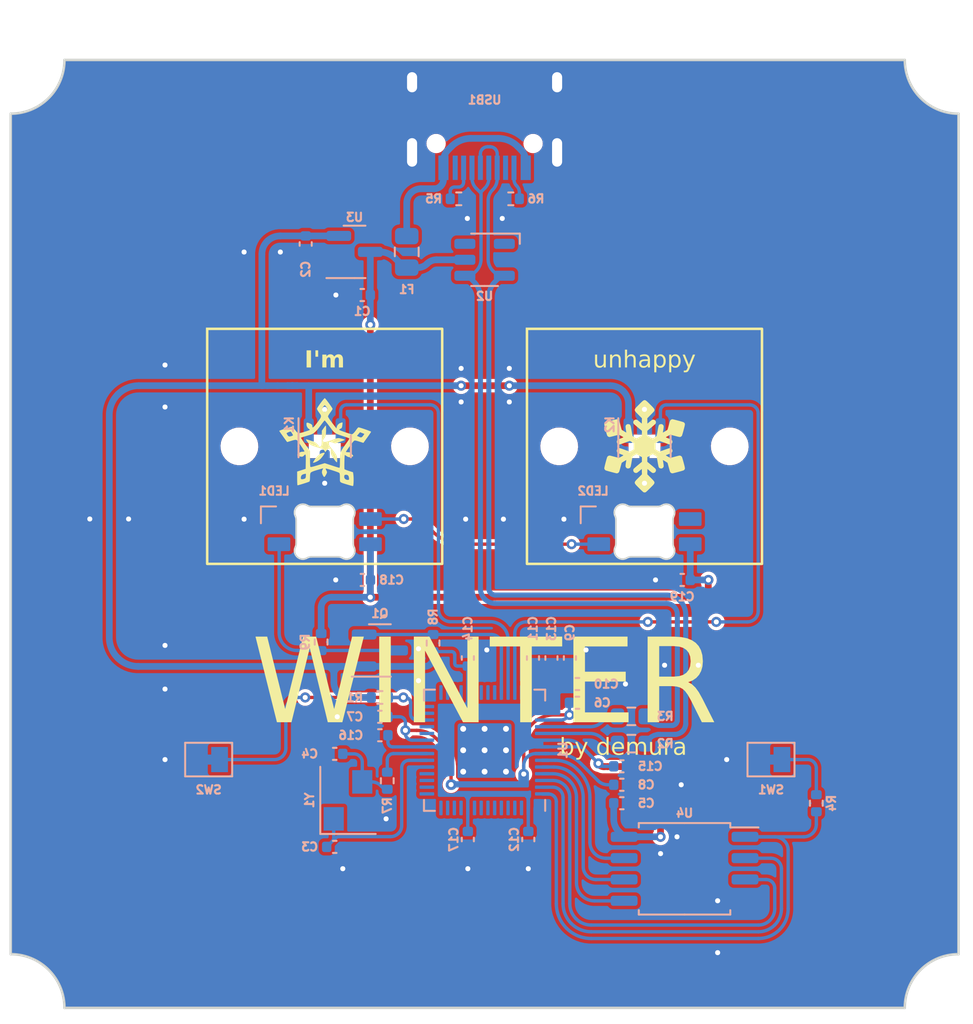
<source format=kicad_pcb>
(kicad_pcb (version 20221018) (generator pcbnew)
  (layers (0 "F.Cu" signal) (31 "B.Cu" signal) (34 "B.Paste" user) (35 "F.Paste" user) (36 "B.SilkS" user "B.Silkscreen") (37 "F.SilkS" user "F.Silkscreen") (38 "B.Mask" user) (39 "F.Mask" user) (44 "Edge.Cuts" user))
  (net 0 "")
  (net 1 "+5V")
  (net 2 "GND")
  (net 3 "+3V3")
  (net 4 "XTAL_IN")
  (net 5 "/XTAL_O")
  (net 6 "+1V1")
  (net 7 "VBUS")
  (net 8 "ADC1")
  (net 9 "ADC2")
  (net 10 "Net-(LED1-DIN)")
  (net 11 "Net-(LED1-DOUT)")
  (net 12 "RGB")
  (net 13 "RESET")
  (net 14 "D+")
  (net 15 "Net-(U1-D+)")
  (net 16 "D-")
  (net 17 "Net-(U1-D-)")
  (net 18 "/~{USB_BOOT}")
  (net 19 "CS")
  (net 20 "Net-(USB1-CC1)")
  (net 21 "Net-(USB1-CC2)")
  (net 22 "XTAL_OUT")
  (net 39 "SWCLK")
  (net 40 "SWD")
  (net 52 "SD3")
  (net 53 "QSPI_CLK")
  (net 54 "SD0")
  (net 55 "SD2")
  (net 56 "SD1")
  (footprint "LOGO" (layer "F.Cu") (at 119.07 70.64)
    (fp_text reference "G***" hide)
    (fp_text value "LOGO" hide)
  )
  (footprint "LOGO" (layer "F.Cu") (at 100.042689 70.360948)
    (fp_text reference "G***" hide)
    (fp_text value "LOGO" hide)
  )
  (footprint "Capacitor_SMD:C_0402_1005Metric" (layer "B.Cu") (at 102.25 61.63 180)
    (fp_text reference "C1")
    (fp_text value "1uF")
  )
  (footprint "Capacitor_SMD:C_0402_1005Metric" (layer "B.Cu") (at 115.07 85.915)
    (fp_text reference "C6")
    (fp_text value "1uF")
  )
  (footprint "Capacitor_SMD:C_0402_1005Metric" (layer "B.Cu") (at 103.3 86.75 180)
    (fp_text reference "C7")
    (fp_text value "100nF")
  )
  (footprint "Capacitor_SMD:C_0402_1005Metric" (layer "B.Cu") (at 121.31 78.6)
    (fp_text reference "C19")
    (fp_text value "100nF")
  )
  (footprint "Capacitor_SMD:C_0402_1005Metric" (layer "B.Cu") (at 117.71 89.7)
    (fp_text reference "C15")
    (fp_text value "100nF")
  )
  (footprint "Capacitor_SMD:C_0402_1005Metric" (layer "B.Cu") (at 103.3 87.85 180)
    (fp_text reference "C16")
    (fp_text value "100nF")
  )
  (footprint "Resistor_SMD:R_0402_1005Metric" (layer "B.Cu") (at 111.1 55.9 180)
    (fp_text reference "R6")
    (fp_text value "5.1k")
  )
  (footprint "marbastlib-mx:LED_MX_6028R-ROT" (layer "B.Cu") (at 100.0125 75.72375 180)
    (fp_text reference "LED1")
    (fp_text value "MX_SK6812MINI-E" hide)
    (fp_line (start -1.699999 0.702841) (end -1.699999 -0.702843) (stroke (width 0.1)) (layer "Edge.Cuts"))
    (fp_line (start -0.794452 -1.5) (end 0.794453 -1.5) (stroke (width 0.1)) (layer "Edge.Cuts"))
    (fp_line (start 0.794452 1.499999) (end -0.794452 1.499999) (stroke (width 0.1)) (layer "Edge.Cuts"))
    (fp_line (start 1.699999 -0.702843) (end 1.699999 0.702841) (stroke (width 0.1)) (layer "Edge.Cuts"))
    (fp_arc (start -1.749484 -0.919721) (mid -1.712527 -0.814069) (end -1.699999 -0.702843) (stroke (width 0.1)) (layer "Edge.Cuts"))
    (fp_arc (start -1.749484 -0.919721) (mid -1.638071 -1.504036) (end -1.046711 -1.5683) (stroke (width 0.1)) (layer "Edge.Cuts"))
    (fp_arc (start -1.699999 0.702842) (mid -1.712527 0.814067) (end -1.749484 0.919719) (stroke (width 0.1)) (layer "Edge.Cuts"))
    (fp_arc (start -1.046711 1.568296) (mid -1.63807 1.504033) (end -1.749484 0.919719) (stroke (width 0.1)) (layer "Edge.Cuts"))
    (fp_arc (start -1.04671 1.568298) (mid -0.925122 1.517376) (end -0.794452 1.499999) (stroke (width 0.1)) (layer "Edge.Cuts"))
    (fp_arc (start -0.794453 -1.500001) (mid -0.925123 -1.517378) (end -1.046711 -1.5683) (stroke (width 0.1)) (layer "Edge.Cuts"))
    (fp_arc (start 0.794452 1.499999) (mid 0.925123 1.517376) (end 1.046711 1.568298) (stroke (width 0.1)) (layer "Edge.Cuts"))
    (fp_arc (start 1.046711 -1.568299) (mid 0.925123 -1.517377) (end 0.794453 -1.5) (stroke (width 0.1)) (layer "Edge.Cuts"))
    (fp_arc (start 1.046711 -1.568299) (mid 1.638071 -1.504036) (end 1.749484 -0.919721) (stroke (width 0.1)) (layer "Edge.Cuts"))
    (fp_arc (start 1.699999 -0.702844) (mid 1.712537 -0.814067) (end 1.749484 -0.919721) (stroke (width 0.1)) (layer "Edge.Cuts"))
    (fp_arc (start 1.749484 0.919718) (mid 1.638073 1.504037) (end 1.046711 1.568298) (stroke (width 0.1)) (layer "Edge.Cuts"))
    (fp_arc (start 1.749484 0.919719) (mid 1.712534 0.814065) (end 1.699999 0.702841) (stroke (width 0.1)) (layer "Edge.Cuts"))
  )
  (footprint "Connector_USB:USB_C_Receptacle_HRO_TYPE-C-31-M-12" (layer "B.Cu") (at 109.5375 50.00625)
    (fp_text reference "USB1")
    (fp_text value "USB_C_12P")
  )
  (footprint "Capacitor_SMD:C_0402_1005Metric" (layer "B.Cu") (at 102.26 78.6)
    (fp_text reference "C18")
    (fp_text value "100nF")
  )
  (footprint "Package_TO_SOT_SMD:SOT-23" (layer "B.Cu") (at 100.0125 70.64375 -90)
    (fp_text reference "K1")
    (fp_text value "Hall_Sensor")
  )
  (footprint "Resistor_SMD:R_0402_1005Metric" (layer "B.Cu") (at 108 55.9)
    (fp_text reference "R5")
    (fp_text value "5.1k")
  )
  (footprint "Package_TO_SOT_SMD:SOT-23" (layer "B.Cu") (at 119.0625 70.64375 -90)
    (fp_text reference "K2")
    (fp_text value "Hall_Sensor")
  )
  (footprint "Package_TO_SOT_SMD:SOT-23" (layer "B.Cu") (at 103.3 82.8)
    (fp_text reference "Q1")
    (fp_text value "AO3401A")
  )
  (footprint "Capacitor_SMD:C_0402_1005Metric" (layer "B.Cu") (at 100.61 94.5)
    (fp_text reference "C3")
    (fp_text value "20pF")
  )
  (footprint "Sleep-lib:RP2040-QFN-56" (layer "B.Cu") (at 109.5375 88.74375 90)
    (fp_text reference "U1")
    (fp_text value "RP2040")
  )
  (footprint "Capacitor_SMD:C_0402_1005Metric" (layer "B.Cu") (at 117.71 91.9)
    (fp_text reference "C5")
    (fp_text value "100nF")
  )
  (footprint "Resistor_SMD:R_0603_1608Metric" (layer "B.Cu") (at 118.28 86.725 180)
    (fp_text reference "R3")
    (fp_text value "27")
  )
  (footprint "Fuse:Fuse_0805_2012Metric" (layer "B.Cu") (at 104.9 59.06 -90)
    (fp_text reference "F1")
    (fp_text value "500mA")
  )
  (footprint "Capacitor_SMD:C_0402_1005Metric" (layer "B.Cu") (at 115.07 84.8)
    (fp_text reference "C10")
    (fp_text value "1uF")
  )
  (footprint "Capacitor_SMD:C_0402_1005Metric" (layer "B.Cu") (at 112.419999 83.25 90)
    (fp_text reference "C11")
    (fp_text value "100nF")
  )
  (footprint "Capacitor_SMD:C_0402_1005Metric" (layer "B.Cu") (at 98.88 58.59 -90)
    (fp_text reference "C2")
    (fp_text value "1uF")
  )
  (footprint "Resistor_SMD:R_0402_1005Metric" (layer "B.Cu") (at 129.3 91.9 -90)
    (fp_text reference "R4")
    (fp_text value "1k")
  )
  (footprint "Capacitor_SMD:C_0402_1005Metric" (layer "B.Cu") (at 117.71 90.799999)
    (fp_text reference "C8")
    (fp_text value "100nF")
  )
  (footprint "Resistor_SMD:R_0402_1005Metric" (layer "B.Cu") (at 99.8 82.3 -90)
    (fp_text reference "R9")
    (fp_text value "10k")
  )
  (footprint "marbastlib-various:SOT-23-6-routable" (layer "B.Cu") (at 109.5375 59.53125 180)
    (fp_text reference "U2")
    (fp_text value "SRV05-4")
  )
  (footprint "Resistor_SMD:R_0402_1005Metric" (layer "B.Cu") (at 103.3 85.6)
    (fp_text reference "R1")
    (fp_text value "1k")
  )
  (footprint "Capacitor_SMD:C_0402_1005Metric" (layer "B.Cu") (at 114.619999 83.25 90)
    (fp_text reference "C9")
    (fp_text value "10uF")
  )
  (footprint "Capacitor_SMD:C_0402_1005Metric" (layer "B.Cu") (at 108.54 83.25 90)
    (fp_text reference "C14")
    (fp_text value "100nF")
  )
  (footprint "Package_SO:SOIC-8_5.23x5.23mm_P1.27mm" (layer "B.Cu") (at 121.45 95.805 180)
    (fp_text reference "U4")
    (fp_text value "W25Q32JVSS")
  )
  (footprint "MX_Only:MXOnly-1U-FLIPPED" (layer "B.Cu") (at 119.0625 70.64375 180)
    (fp_text reference "H2")
    (fp_text value "KeySwitch")
  )
  (footprint "Resistor_SMD:R_0402_1005Metric" (layer "B.Cu") (at 106.47 82.36 90)
    (fp_text reference "R8")
    (fp_text value "10k")
  )
  (footprint "Capacitor_SMD:C_0402_1005Metric" (layer "B.Cu") (at 112.14 94.06 -90)
    (fp_text reference "C12")
    (fp_text value "100nF")
  )
  (footprint "Crystal:Crystal_SMD_3225-4Pin_3.2x2.5mm" (layer "B.Cu") (at 101.4 91.73 90)
    (fp_text reference "Y1")
    (fp_text value "XTAL")
  )
  (footprint "marbastlib-mx:LED_MX_6028R-ROT" (layer "B.Cu") (at 119.0625 75.72375 180)
    (fp_text reference "LED2")
    (fp_text value "MX_SK6812MINI-E" hide)
    (fp_line (start -1.699999 0.702841) (end -1.699999 -0.702843) (stroke (width 0.1)) (layer "Edge.Cuts"))
    (fp_line (start -0.794452 -1.5) (end 0.794453 -1.5) (stroke (width 0.1)) (layer "Edge.Cuts"))
    (fp_line (start 0.794452 1.499999) (end -0.794452 1.499999) (stroke (width 0.1)) (layer "Edge.Cuts"))
    (fp_line (start 1.699999 -0.702843) (end 1.699999 0.702841) (stroke (width 0.1)) (layer "Edge.Cuts"))
    (fp_arc (start -1.749484 -0.919721) (mid -1.712527 -0.814069) (end -1.699999 -0.702843) (stroke (width 0.1)) (layer "Edge.Cuts"))
    (fp_arc (start -1.749484 -0.919721) (mid -1.638071 -1.504036) (end -1.046711 -1.5683) (stroke (width 0.1)) (layer "Edge.Cuts"))
    (fp_arc (start -1.699999 0.702842) (mid -1.712527 0.814067) (end -1.749484 0.919719) (stroke (width 0.1)) (layer "Edge.Cuts"))
    (fp_arc (start -1.046711 1.568296) (mid -1.63807 1.504033) (end -1.749484 0.919719) (stroke (width 0.1)) (layer "Edge.Cuts"))
    (fp_arc (start -1.04671 1.568298) (mid -0.925122 1.517376) (end -0.794452 1.499999) (stroke (width 0.1)) (layer "Edge.Cuts"))
    (fp_arc (start -0.794453 -1.500001) (mid -0.925123 -1.517378) (end -1.046711 -1.5683) (stroke (width 0.1)) (layer "Edge.Cuts"))
    (fp_arc (start 0.794452 1.499999) (mid 0.925123 1.517376) (end 1.046711 1.568298) (stroke (width 0.1)) (layer "Edge.Cuts"))
    (fp_arc (start 1.046711 -1.568299) (mid 0.925123 -1.517377) (end 0.794453 -1.5) (stroke (width 0.1)) (layer "Edge.Cuts"))
    (fp_arc (start 1.046711 -1.568299) (mid 1.638071 -1.504036) (end 1.749484 -0.919721) (stroke (width 0.1)) (layer "Edge.Cuts"))
    (fp_arc (start 1.699999 -0.702844) (mid 1.712537 -0.814067) (end 1.749484 -0.919721) (stroke (width 0.1)) (layer "Edge.Cuts"))
    (fp_arc (start 1.749484 0.919718) (mid 1.638073 1.504037) (end 1.046711 1.568298) (stroke (width 0.1)) (layer "Edge.Cuts"))
    (fp_arc (start 1.749484 0.919719) (mid 1.712534 0.814065) (end 1.699999 0.702841) (stroke (width 0.1)) (layer "Edge.Cuts"))
  )
  (footprint "MX_Only:MXOnly-1U-FLIPPED" (layer "B.Cu") (at 100.0125 70.64375 180)
    (fp_text reference "H1")
    (fp_text value "KeySwitch")
  )
  (footprint "Resistor_SMD:R_0603_1608Metric" (layer "B.Cu") (at 118.28 88.35 180)
    (fp_text reference "R2")
    (fp_text value "27")
  )
  (footprint "Capacitor_SMD:C_0402_1005Metric" (layer "B.Cu") (at 108.54 94.06 -90)
    (fp_text reference "C17")
    (fp_text value "100nF")
  )
  (footprint "Capacitor_SMD:C_0402_1005Metric" (layer "B.Cu") (at 113.52 83.25 90)
    (fp_text reference "C13")
    (fp_text value "100nF")
  )
  (footprint "Jumper:SolderJumper-2_P1.3mm_Bridged_Pad1.0x1.5mm" (layer "B.Cu") (at 126.6 89.3)
    (fp_text reference "SW1")
    (fp_text value "BOOTSEL")
  )
  (footprint "Package_TO_SOT_SMD:SOT-23" (layer "B.Cu") (at 101.79 59.06)
    (fp_text reference "U3")
    (fp_text value "XC6206PxxxMR")
  )
  (footprint "Capacitor_SMD:C_0402_1005Metric" (layer "B.Cu") (at 100.61 88.96 180)
    (fp_text reference "C4")
    (fp_text value "20pF")
  )
  (footprint "Jumper:SolderJumper-2_P1.3mm_Bridged_Pad1.0x1.5mm" (layer "B.Cu") (at 93.1 89.3)
    (fp_text reference "SW2")
    (fp_text value "RESET")
  )
  (footprint "Resistor_SMD:R_0402_1005Metric" (layer "B.Cu") (at 103.74 90.56 90)
    (fp_text reference "R7")
    (fp_text value "1k")
  )
  (gr_rect (start 93.012 63.644) (end 107.012 77.644) (stroke (width 0.15)) (fill none) (layer "F.SilkS"))
  (gr_rect (start 112.062 63.644) (end 126.062 77.644) (stroke (width 0.15)) (fill none) (layer "F.SilkS"))
  (gr_line (start 134.57 104.09) (end 84.51 104.09) (stroke (width 0.15)) (layer "Edge.Cuts"))
  (gr_arc (start 84.51 47.63) (mid 83.572742 49.892742) (end 81.31 50.83) (stroke (width 0.15)) (layer "Edge.Cuts"))
  (gr_line (start 84.51 47.63) (end 134.57 47.63) (stroke (width 0.15)) (layer "Edge.Cuts"))
  (gr_line (start 137.77 50.83) (end 137.77 100.89) (stroke (width 0.15)) (layer "Edge.Cuts"))
  (gr_arc (start 134.57 104.09) (mid 135.507258 101.827258) (end 137.77 100.89) (stroke (width 0.15)) (layer "Edge.Cuts"))
  (gr_line (start 81.31 50.83) (end 81.31 100.89) (stroke (width 0.15)) (layer "Edge.Cuts"))
  (gr_arc (start 81.31 100.89) (mid 83.572742 101.827258) (end 84.51 104.09) (stroke (width 0.15)) (layer "Edge.Cuts"))
  (gr_arc (start 137.77 50.83) (mid 135.507258 49.892742) (end 134.57 47.63) (stroke (width 0.15)) (layer "Edge.Cuts"))
  (gr_text "unhappy" (at 119.06 65.53) (layer "F.SilkS") (effects (font (size 1 1))))
  (gr_text "I'm" (at 100.01 65.53) (layer "F.SilkS") (effects (font (size 1 1) (thickness 0.2) bold)))
  (gr_text "by demura" (at 117.8 88.6) (layer "F.SilkS") (effects (font (size 1 1) (thickness 0.125))))
  (gr_text "WINTER" (at 109.54 85) (layer "F.SilkS") (effects (font (size 5 5) (thickness 0.1) italic)))
  (segment (start 122.262512 79.63) (end 102.73 79.63) (width 0.4) (layer "F.Cu") (net 1))
  (segment (start 122.865 78.605) (end 122.87 78.6) (width 0.4) (layer "F.Cu") (net 1))
  (segment (start 122.86 79.032512) (end 122.86 78.617071) (width 0.4) (layer "F.Cu") (net 1))
  (segment (start 102.73 63.4) (end 102.73 79.63) (width 0.4) (layer "F.Cu") (net 1))
  (via (at 102.73 79.63) (size 0.6) (drill 0.3) (layers "F.Cu" "B.Cu") (net 1))
  (via (at 102.73 63.4) (size 0.6) (drill 0.3) (layers "F.Cu" "B.Cu") (net 1))
  (via (at 122.87 78.6) (size 0.6) (drill 0.3) (layers "F.Cu" "B.Cu") (net 1))
  (arc (start 122.865 78.605) (mid 122.861299 78.610538) (end 122.86 78.617071) (width 0.4) (layer "F.Cu") (net 1))
  (arc (start 122.262512 79.63) (mid 122.49116 79.584518) (end 122.685 79.455) (width 0.4) (layer "F.Cu") (net 1))
  (arc (start 122.86 79.032512) (mid 122.814518 79.26116) (end 122.685 79.455) (width 0.4) (layer "F.Cu") (net 1))
  (segment (start 121.7875 78.595732) (end 121.7875 76.47375) (width 0.4) (layer "B.Cu") (net 1))
  (segment (start 102.7375 78.595732) (end 102.7375 76.47375) (width 0.4) (layer "B.Cu") (net 1))
  (segment (start 104.933125 59.9975) (end 104.866875 59.9975) (width 0.4) (layer "B.Cu") (net 1))
  (segment (start 104.83375 59.9975) (end 104.866875 59.9975) (width 0.4) (layer "B.Cu") (net 1))
  (segment (start 102.73875 78.60125) (end 102.735 78.605) (width 0.4) (layer "B.Cu") (net 1))
  (segment (start 102.729267 59.06) (end 103.27875 59.06) (width 0.4) (layer "B.Cu") (net 1))
  (segment (start 106.678438 59.53125) (end 108.3625 59.53125) (width 0.4) (layer "B.Cu") (net 1))
  (segment (start 100.431629 79.63) (end 102.73 79.63) (width 0.4) (layer "B.Cu") (net 1))
  (segment (start 102.73 61.63) (end 102.73 59.064267) (width 0.4) (layer "B.Cu") (net 1))
  (segment (start 102.73 63.4) (end 102.73 61.63) (width 0.4) (layer "B.Cu") (net 1))
  (segment (start 99.8 80.261629) (end 99.8 81.79) (width 0.4) (layer "B.Cu") (net 1))
  (segment (start 122.87 78.6) (end 121.791767 78.6) (width 0.4) (layer "B.Cu") (net 1))
  (segment (start 105.552811 59.9975) (end 104.933125 59.9975) (width 0.4) (layer "B.Cu") (net 1))
  (segment (start 104.720654 59.950654) (end 104.219792 59.449792) (width 0.4) (layer "B.Cu") (net 1))
  (segment (start 102.73 79.63) (end 102.73 78.617071) (width 0.4) (layer "B.Cu") (net 1))
  (arc (start 104.83375 59.9975) (mid 104.772542 59.985325) (end 104.720654 59.950654) (width 0.4) (layer "B.Cu") (net 1))
  (arc (start 106.678438 59.53125) (mid 106.373845 59.591837) (end 106.115625 59.764375) (width 0.4) (layer "B.Cu") (net 1))
  (arc (start 102.72875 59.06125) (mid 102.729675 59.062634) (end 102.73 59.064267) (width 0.4) (layer "B.Cu") (net 1))
  (arc (start 102.729267 59.06) (mid 102.72859 59.060452) (end 102.72875 59.06125) (width 0.4) (layer "B.Cu") (net 1))
  (arc (start 103.27875 59.06) (mid 103.788038 59.161303) (end 104.219792 59.449792) (width 0.4) (layer "B.Cu") (net 1))
  (arc (start 99.985 79.815) (mid 99.848079 80.019915) (end 99.8 80.261629) (width 0.4) (layer "B.Cu") (net 1))
  (arc (start 102.73875 78.59875) (mid 102.739267 78.6) (end 102.73875 78.60125) (width 0.4) (layer "B.Cu") (net 1))
  (arc (start 105.552811 59.9975) (mid 105.857403 59.936912) (end 106.115625 59.764375) (width 0.4) (layer "B.Cu") (net 1))
  (arc (start 121.7875 78.595732) (mid 121.787824 78.597365) (end 121.78875 78.59875) (width 0.4) (layer "B.Cu") (net 1))
  (arc (start 121.78875 78.59875) (mid 121.790134 78.599675) (end 121.791767 78.6) (width 0.4) (layer "B.Cu") (net 1))
  (arc (start 100.431629 79.63) (mid 100.189915 79.678079) (end 99.985 79.815) (width 0.4) (layer "B.Cu") (net 1))
  (arc (start 102.7375 78.595732) (mid 102.737824 78.597365) (end 102.73875 78.59875) (width 0.4) (layer "B.Cu") (net 1))
  (arc (start 102.735 78.605) (mid 102.731299 78.610538) (end 102.73 78.617071) (width 0.4) (layer "B.Cu") (net 1))
  (via (at 88.33 74.97) (size 0.6) (drill 0.3) (layers "F.Cu" "B.Cu") (net 2))
  (via (at 103.67 92.83) (size 0.6) (drill 0.3) (layers "F.Cu" "B.Cu") (net 2))
  (via (at 100.67 78.6) (size 0.6) (drill 0.3) (layers "F.Cu" "B.Cu") (net 2))
  (via (at 119.72 78.6) (size 0.6) (drill 0.3) (layers "F.Cu" "B.Cu") (net 2))
  (via (at 101.09 95.8) (size 0.6) (drill 0.3) (layers "F.Cu" "B.Cu") (net 2))
  (via (at 90.5 82.5) (size 0.6) (drill 0.3) (layers "F.Cu" "B.Cu") (net 2))
  (via (at 120.02 94.9) (size 0.6) (drill 0.3) (layers "F.Cu" "B.Cu") (net 2))
  (via (at 90.5 65.8) (size 0.6) (drill 0.3) (layers "F.Cu" "B.Cu") (net 2))
  (via (at 90.5 85.1) (size 0.6) (drill 0.3) (layers "F.Cu" "B.Cu") (net 2))
  (via (at 110.59 57.07) (size 0.6) (drill 0.3) (layers "F.Cu" "B.Cu") (net 2))
  (via (at 122.27 83.68) (size 0.6) (drill 0.3) (layers "F.Cu" "B.Cu") (net 2))
  (via (at 90.5 89.3) (size 0.6) (drill 0.3) (layers "F.Cu" "B.Cu") (net 2))
  (via (at 100.76 86.75) (size 0.6) (drill 0.3) (layers "F.Cu" "B.Cu") (net 2))
  (via (at 112.14 95.8) (size 0.6) (drill 0.3) (layers "F.Cu" "B.Cu") (net 2))
  (via (at 120.26 83.68) (size 0.6) (drill 0.3) (layers "F.Cu" "B.Cu") (net 2))
  (via (at 111.01 66) (size 0.6) (drill 0.3) (layers "F.Cu" "B.Cu") (net 2))
  (via (at 119.06 68.44) (size 0.6) (drill 0.3) (layers "F.Cu" "B.Cu") (net 2))
  (via (at 111.01 68) (size 0.6) (drill 0.3) (layers "F.Cu" "B.Cu") (net 2))
  (via (at 117.93 84.8) (size 0.6) (drill 0.3) (layers "F.Cu" "B.Cu") (net 2))
  (via (at 95.21 74.98) (size 0.6) (drill 0.3) (layers "F.Cu" "B.Cu") (net 2))
  (via (at 90.5 68.3) (size 0.6) (drill 0.3) (layers "F.Cu" "B.Cu") (net 2))
  (via (at 114.2625 74.98) (size 0.6) (drill 0.3) (layers "F.Cu" "B.Cu") (net 2))
  (via (at 121.25 90.799999) (size 0.6) (drill 0.3) (layers "F.Cu" "B.Cu") (net 2))
  (via (at 110.66 74.98) (size 0.6) (drill 0.3) (layers "F.Cu" "B.Cu") (net 2))
  (via (at 115.58 82.77) (size 0.6) (drill 0.3) (layers "F.Cu" "B.Cu") (net 2))
  (via (at 123.96 89.3) (size 0.6) (drill 0.3) (layers "F.Cu" "B.Cu") (net 2))
  (via (at 97.37 59.07) (size 0.6) (drill 0.3) (layers "F.Cu" "B.Cu") (net 2))
  (via (at 105.6 82.7) (size 0.6) (drill 0.3) (layers "F.Cu" "B.Cu") (net 2))
  (via (at 119.0625 72.84) (size 0.6) (drill 0.3) (layers "F.Cu" "B.Cu") (net 2))
  (via (at 109.67 82.77) (size 0.6) (drill 0.3) (layers "F.Cu" "B.Cu") (net 2))
  (via (at 121 93.9) (size 0.6) (drill 0.3) (layers "F.Cu" "B.Cu") (net 2))
  (via (at 86.02 74.97) (size 0.6) (drill 0.3) (layers "F.Cu" "B.Cu") (net 2))
  (via (at 95.21 59.07) (size 0.6) (drill 0.3) (layers "F.Cu" "B.Cu") (net 2))
  (via (at 123.420699 97.708116) (size 0.6) (drill 0.3) (layers "F.Cu" "B.Cu") (net 2))
  (via (at 108.41 74.98) (size 0.6) (drill 0.3) (layers "F.Cu" "B.Cu") (net 2))
  (via (at 108.14 66) (size 0.6) (drill 0.3) (layers "F.Cu" "B.Cu") (net 2))
  (via (at 108.51 57.07) (size 0.6) (drill 0.3) (layers "F.Cu" "B.Cu") (net 2))
  (via (at 100.0125 72.84) (size 0.6) (drill 0.3) (layers "F.Cu" "B.Cu") (net 2))
  (via (at 100.68 61.63) (size 0.6) (drill 0.3) (layers "F.Cu" "B.Cu") (net 2))
  (via (at 108.54 95.8) (size 0.6) (drill 0.3) (layers "F.Cu" "B.Cu") (net 2))
  (via (at 105.6 84.6) (size 0.6) (drill 0.3) (layers "F.Cu" "B.Cu") (net 2))
  (via (at 123.420699 100.8) (size 0.6) (drill 0.3) (layers "F.Cu" "B.Cu") (net 2))
  (via (at 100.01 68.44) (size 0.6) (drill 0.3) (layers "F.Cu" "B.Cu") (net 2))
  (via (at 108.14 68) (size 0.6) (drill 0.3) (layers "F.Cu" "B.Cu") (net 2))
  (segment (start 123.423915 97.71) (end 125.05 97.71) (width 0.2) (layer "B.Cu") (net 2))
  (segment (start 100.68 61.63) (end 101.77 61.63) (width 0.4) (layer "B.Cu") (net 2))
  (segment (start 114.273169 74.97375) (end 116.34 74.97375) (width 0.4) (layer "B.Cu") (net 2))
  (segment (start 100.76 86.75) (end 102.82 86.75) (width 0.4) (layer "B.Cu") (net 2))
  (segment (start 100.0125 72.84) (end 100.0125 71.58125) (width 0.4) (layer "B.Cu") (net 2))
  (segment (start 112.7875 58.338409) (end 112.7875 54.05125) (width 0.4) (layer "B.Cu") (net 2))
  (segment (start 98.88 59.07) (end 97.37 59.07) (width 0.4) (layer "B.Cu") (net 2))
  (segment (start 115.58 82.77) (end 114.619999 82.77) (width 0.4) (layer "B.Cu") (net 2))
  (segment (start 100.13 88.396274) (end 100.13 88.96) (width 0.4) (layer "B.Cu") (net 2))
  (segment (start 105.2175 53.13625) (end 106.077699 53.996449) (width 0.4) (layer "B.Cu") (net 2))
  (segment (start 102.25 92.76625) (end 102.25 92.7025) (width 0.2) (layer "B.Cu") (net 2))
  (segment (start 105.2175 53.13625) (end 105.2175 48.95625) (width 0.4) (layer "B.Cu") (net 2))
  (segment (start 119.0625 72.84) (end 119.0625 71.58125) (width 0.4) (layer "B.Cu") (net 2))
  (segment (start 112.14 95.8) (end 112.14 94.54) (width 0.4) (layer "B.Cu") (net 2))
  (segment (start 102.31375 92.83) (end 103.67 92.83) (width 0.4) (layer "B.Cu") (net 2))
  (segment (start 100.55 90.7525) (end 100.55 90.69125) (width 0.2) (layer "B.Cu") (net 2))
  (segment (start 114.619999 82.77) (end 113.52 82.77) (width 0.4) (layer "B.Cu") (net 2))
  (segment (start 98.88 59.668578) (end 98.88 59.07) (width 0.4) (layer "B.Cu") (net 2))
  (segment (start 123.420699 97.708116) (end 123.421641 97.709058) (width 0.2) (layer "B.Cu") (net 2))
  (segment (start 101.77 60.470918) (end 101.77 61.63) (width 0.4) (layer "B.Cu") (net 2))
  (segment (start 90.5 89.3) (end 92.45 89.3) (width 0.4) (layer "B.Cu") (net 2))
  (segment (start 102.82 87.85) (end 102.82 86.75) (width 0.4) (layer "B.Cu") (net 2))
  (segment (start 118.19 89.7) (end 118.19 91.9) (width 0.4) (layer "B.Cu") (net 2))
  (segment (start 100.63662 90.96162) (end 102.159843 92.484843) (width 0.2) (layer "B.Cu") (net 2))
  (segment (start 102.82 87.85) (end 100.676274 87.85) (width 0.4) (layer "B.Cu") (net 2))
  (segment (start 100.34 90.42) (end 100.506689 90.586689) (width 0.4) (layer "B.Cu") (net 2))
  (segment (start 95.21 74.98) (end 95.213125 74.976875) (width 0.4) (layer "B.Cu") (net 2))
  (segment (start 109.67 82.77) (end 108.54 82.77) (width 0.2) (layer "B.Cu") (net 2))
  (segment (start 106.21 54.05125) (end 106.2875 54.05125) (width 0.4) (layer "B.Cu") (net 2))
  (segment (start 114.265625 74.976875) (end 114.2625 74.98) (width 0.4) (layer "B.Cu") (net 2))
  (segment (start 101.09 95.8) (end 101.09 94.5) (width 0.4) (layer "B.Cu") (net 2))
  (segment (start 101.309081 60.01) (end 101.08079 60.01) (width 0.4) (layer "B.Cu") (net 2))
  (segment (start 95.220669 74.97375) (end 97.2875 74.97375) (width 0.4) (layer "B.Cu") (net 2))
  (segment (start 121.25 90.799999) (end 118.19 90.799999) (width 0.4) (layer "B.Cu") (net 2))
  (segment (start 113.8575 48.95625) (end 113.8575 53.13625) (width 0.4) (layer "B.Cu") (net 2))
  (segment (start 108.54 95.8) (end 108.54 94.54) (width 0.4) (layer "B.Cu") (net 2))
  (segment (start 112.7875 57.07) (end 110.59 57.07) (width 0.4) (layer "B.Cu") (net 2))
  (segment (start 112.419999 82.769999) (end 113.519999 82.769999) (width 0.4) (layer "B.Cu") (net 2))
  (segment (start 100.13 88.96) (end 100.13 89.913015) (width 0.4) (layer "B.Cu") (net 2))
  (segment (start 117.93 84.8) (end 115.58 84.8) (width 0.4) (layer "B.Cu") (net 2))
  (segment (start 113.8575 48.95625) (end 105.2175 48.95625) (width 0.4) (layer "B.Cu") (net 2))
  (segment (start 110.7125 59.53125) (end 111.594659 59.53125) (width 0.4) (layer "B.Cu") (net 2))
  (segment (start 99.221421 60.01) (end 100.624209 60.01) (width 0.4) (layer "B.Cu") (net 2))
  (segment (start 119.72 78.6) (end 120.83 78.6) (width 0.4) (layer "B.Cu") (net 2))
  (segment (start 108.51 57.07) (end 108.51 55.9) (width 0.4) (layer "B.Cu") (net 2))
  (segment (start 101.08079 60.01) (end 100.624209 60.01) (width 0.4) (layer "B.Cu") (net 2))
  (segment (start 123.96 89.3) (end 125.95 89.3) (width 0.4) (layer "B.Cu") (net 2))
  (segment (start 110.59 57.07) (end 110.59 55.9) (width 0.4) (layer "B.Cu") (net 2))
  (segment (start 100.67 78.6) (end 101.78 78.6) (width 0.4) (layer "B.Cu") (net 2))
  (segment (start 112.9973 53.996449) (end 113.8575 53.13625) (width 0.4) (layer "B.Cu") (net 2))
  (arc (start 100.29 88.01) (mid 100.467224 87.891582) (end 100.676274 87.85) (width 0.4) (layer "B.Cu") (net 2))
  (arc (start 100.13 88.396274) (mid 100.171582 88.187224) (end 100.29 88.01) (width 0.4) (layer "B.Cu") (net 2))
  (arc (start 106.077699 53.996449) (mid 106.138399 54.037007) (end 106.21 54.05125) (width 0.4) (layer "B.Cu") (net 2))
  (arc (start 112.438125 59.181875) (mid 112.6967 58.794889) (end 112.7875 58.338409) (width 0.4) (layer "B.Cu") (net 2))
  (arc (start 100.506689 90.586689) (mid 100.538743 90.634662) (end 100.55 90.69125) (width 0.4) (layer "B.Cu") (net 2))
  (arc (start 98.88 59.668578) (mid 98.905989 59.799234) (end 98.98 59.91) (width 0.4) (layer "B.Cu") (net 2))
  (arc (start 111.594659 59.53125) (mid 112.051139 59.44045) (end 112.438125 59.181875) (width 0.4) (layer "B.Cu") (net 2))
  (arc (start 98.98 59.91) (mid 99.090764 59.98401) (end 99.221421 60.01) (width 0.4) (layer "B.Cu") (net 2))
  (arc (start 101.309081 60.01) (mid 101.485467 60.045085) (end 101.635 60.145) (width 0.4) (layer "B.Cu") (net 2))
  (arc (start 112.9973 53.996449) (mid 112.9366 54.037007) (end 112.865 54.05125) (width 0.4) (layer "B.Cu") (net 2))
  (arc (start 114.273169 74.97375) (mid 114.269086 74.974562) (end 114.265625 74.976875) (width 0.4) (layer "B.Cu") (net 2))
  (arc (start 101.635 60.145) (mid 101.734914 60.294532) (end 101.77 60.470918) (width 0.4) (layer "B.Cu") (net 2))
  (arc (start 102.159843 92.484843) (mid 102.226568 92.584705) (end 102.25 92.7025) (width 0.2) (layer "B.Cu") (net 2))
  (arc (start 123.421641 97.709058) (mid 123.422684 97.709755) (end 123.423915 97.71) (width 0.2) (layer "B.Cu") (net 2))
  (arc (start 95.220669 74.97375) (mid 95.216586 74.974562) (end 95.213125 74.976875) (width 0.4) (layer "B.Cu") (net 2))
  (arc (start 100.34 90.42) (mid 100.184577 90.187393) (end 100.13 89.913015) (width 0.4) (layer "B.Cu") (net 2))
  (arc (start 112.7875 54.12875) (mid 112.810199 54.073949) (end 112.865 54.05125) (width 0.4) (layer "B.Cu") (net 2))
  (arc (start 100.63662 90.96162) (mid 100.572511 90.865675) (end 100.55 90.7525) (width 0.2) (layer "B.Cu") (net 2))
  (arc (start 102.25 92.76625) (mid 102.268671 92.811328) (end 102.31375 92.83) (width 0.2) (layer "B.Cu") (net 2))
  (segment (start 117.63 89.72) (end 117.06 89.72) (width 0.4) (layer "F.Cu") (net 3))
  (segment (start 116.857396 89.72) (end 116.692604 89.72) (width 0.4) (layer "F.Cu") (net 3))
  (segment (start 116.405 89.635) (end 116.32 89.55) (width 0.4) (layer "F.Cu") (net 3))
  (segment (start 116.692604 89.72) (end 116.610208 89.72) (width 0.4) (layer "F.Cu") (net 3))
  (segment (start 111.01 67.03) (end 108.14 67.03) (width 0.4) (layer "F.Cu") (net 3))
  (segment (start 116.857396 89.72) (end 117.06 89.72) (width 0.4) (layer "F.Cu") (net 3))
  (segment (start 119.337157 89.72) (end 117.63 89.72) (width 0.4) (layer "F.Cu") (net 3))
  (segment (start 120.02 90.402842) (end 120.02 93.92) (width 0.4) (layer "F.Cu") (net 3))
  (via (at 111.01 67.03) (size 0.6) (drill 0.3) (layers "F.Cu" "B.Cu") (net 3))
  (via (at 120.02 93.9) (size 0.6) (drill 0.3) (layers "F.Cu" "B.Cu") (net 3))
  (via (at 116.32 89.53) (size 0.6) (drill 0.3) (layers "F.Cu" "B.Cu") (net 3))
  (via (at 108.14 67.03) (size 0.6) (drill 0.3) (layers "F.Cu" "B.Cu") (net 3))
  (arc (start 119.82 89.92) (mid 119.598469 89.771978) (end 119.337157 89.72) (width 0.4) (layer "F.Cu") (net 3))
  (arc (start 116.405 89.635) (mid 116.49915 89.697909) (end 116.610208 89.72) (width 0.4) (layer "F.Cu") (net 3))
  (arc (start 119.82 89.92) (mid 119.968021 90.141529) (end 120.02 90.402842) (width 0.4) (layer "F.Cu") (net 3))
  (segment (start 117.85 93.9) (end 117.54 93.59) (width 0.4) (layer "B.Cu") (net 3))
  (segment (start 115.453281 88.663281) (end 115.229375 88.439375) (width 0.2) (layer "B.Cu") (net 3))
  (segment (start 113.132349 86.14375) (end 113.42339 86.14375) (width 0.2) (layer "B.Cu") (net 3))
  (segment (start 115.501093 88.711093) (end 115.524999 88.734999) (width 0.2) (layer "B.Cu") (net 3))
  (segment (start 106.47 82.87) (end 106.47 83.254939) (width 0.4) (layer "B.Cu") (net 3))
  (segment (start 96.284576 67.03) (end 88.938319 67.03) (width 0.4) (layer "B.Cu") (net 3))
  (segment (start 100.087383 83.75) (end 88.904177 83.75) (width 0.4) (layer "B.Cu") (net 3))
  (segment (start 97.203726 67.03) (end 96.596274 67.03) (width 0.4) (layer "B.Cu") (net 3))
  (segment (start 100.56 84.222616) (end 100.56 84.695233) (width 0.4) (layer "B.Cu") (net 3))
  (segment (start 97.203726 67.03) (end 97.80461 67.03) (width 0.4) (layer "B.Cu") (net 3))
  (segment (start 96.300519 67.03) (end 96.284576 67.03) (width 0.4) (layer "B.Cu") (net 3))
  (segment (start 113.72 85.107279) (end 113.72 85.84714) (width 0.2) (layer "B.Cu") (net 3))
  (segment (start 108.53875 93.57875) (end 108.54 93.58) (width 0.2) (layer "B.Cu") (net 3))
  (segment (start 96.27 59.202548) (end 96.27 66.991508) (width 0.4) (layer "B.Cu") (net 3))
  (segment (start 115.453281 88.663281) (end 115.429375 88.639375) (width 0.2) (layer "B.Cu") (net 3))
  (segment (start 115.501093 88.711093) (end 115.524999 88.734999) (width 0.2) (layer "B.Cu") (net 3))
  (segment (start 114.515673 88.14375) (end 112.975 88.14375) (width 0.2) (layer "B.Cu") (net 3))
  (segment (start 98.375388 67.03) (end 98.089999 67.03) (width 0.4) (layer "B.Cu") (net 3))
  (segment (start 96.286911 67.024363) (end 96.281274 67.018726) (width 0.4) (layer "B.Cu") (net 3))
  (segment (start 112.349374 83.800624) (end 112.278749 83.871249) (width 0.2) (layer "B.Cu") (net 3))
  (segment (start 115.620624 88.830624) (end 116.32 89.53) (width 0.2) (layer "B.Cu") (net 3))
  (segment (start 96.596274 67.03) (end 96.300519 67.03) (width 0.4) (layer "B.Cu") (net 3))
  (segment (start 112.81765 86.14375) (end 112.660301 86.14375) (width 0.2) (layer "B.Cu") (net 3))
  (segment (start 115.453281 88.663281) (end 115.501093 88.711093) (width 0.2) (layer "B.Cu") (net 3))
  (segment (start 98.089999 67.03) (end 97.80461 67.03) (width 0.4) (layer "B.Cu") (net 3))
  (segment (start 108.5375 93.575732) (end 108.5375 92.18125) (width 0.2) (layer "B.Cu") (net 3))
  (segment (start 97.80461 67.03) (end 98.089999 67.03) (width 0.4) (layer "B.Cu") (net 3))
  (segment (start 115.620624 88.830624) (end 115.524999 88.734999) (width 0.2) (layer "B.Cu") (net 3))
  (segment (start 116.610208 89.7) (end 117.23 89.7) (width 0.2) (layer "B.Cu") (net 3))
  (segment (start 102.3625 83.75) (end 101.032616 83.75) (width 0.4) (layer "B.Cu") (net 3))
  (segment (start 112.975 86.34375) (end 112.975 86.301099) (width 0.2) (layer "B.Cu") (net 3))
  (segment (start 116.32 89.53) (end 116.405 89.615) (width 0.2) (layer "B.Cu") (net 3))
  (segment (start 104.059538 88.54375) (end 106.1 88.54375) (width 0.2) (layer "B.Cu") (net 3))
  (segment (start 112.13875 92.1825) (end 112.1375 92.18125) (width 0.2) (layer "B.Cu") (net 3))
  (segment (start 114.62 83.730001) (end 114.62 84.8) (width 0.2) (layer "B.Cu") (net 3))
  (segment (start 115.198515 88.54375) (end 112.975 88.54375) (width 0.2) (layer "B.Cu") (net 3))
  (segment (start 103.78 88.264211) (end 103.78 87.85) (width 0.2) (layer "B.Cu") (net 3))
  (segment (start 107.76 83.057781) (end 107.76 83.57636) (width 0.2) (layer "B.Cu") (net 3))
  (segment (start 98.089999 67.03) (end 98.375388 67.03) (width 0.4) (layer "B.Cu") (net 3))
  (segment (start 115.501093 88.711093) (end 115.453281 88.663281) (width 0.2) (layer "B.Cu") (net 3))
  (segment (start 101.464766 85.6) (end 102.79 85.6) (width 0.4) (layer "B.Cu") (net 3))
  (segment (start 100.087383 83.75) (end 101.032616 83.75) (width 0.4) (layer "B.Cu") (net 3))
  (segment (start 112.519877 83.73) (end 113.52 83.73) (width 0.2) (layer "B.Cu") (net 3))
  (segment (start 105.974939 83.75) (end 102.3625 83.75) (width 0.4) (layer "B.Cu") (net 3))
  (segment (start 112.1375 85.30625) (end 112.1375 86.140446) (width 0.2) (layer "B.Cu") (net 3))
  (segment (start 87.18 82.025822) (end 87.18 68.788319) (width 0.4) (layer "B.Cu") (net 3))
  (segment (start 118.1125 68.126816) (end 118.1125 69.70625) (width 0.4) (layer "B.Cu") (net 3))
  (segment (start 98.88 58.11) (end 100.8525 58.11) (width 0.4) (layer "B.Cu") (net 3))
  (segment (start 108.14 67.03) (end 98.375388 67.03) (width 0.4) (layer "B.Cu") (net 3))
  (segment (start 115.524999 88.734999) (end 115.620624 88.830624) (width 0.2) (layer "B.Cu") (net 3))
  (segment (start 114.027279 84.8) (end 114.62 84.8) (width 0.2) (layer "B.Cu") (net 3))
  (segment (start 97.362548 58.11) (end 98.88 58.11) (width 0.4) (layer "B.Cu") (net 3))
  (segment (start 112.81765 86.14375) (end 113.132349 86.14375) (width 0.2) (layer "B.Cu") (net 3))
  (segment (start 108.5375 83.734267) (end 108.5375 85.30625) (width 0.2) (layer "B.Cu") (net 3))
  (segment (start 111.01 67.03) (end 117.015683 67.03) (width 0.4) (layer "B.Cu") (net 3))
  (segment (start 107.572218 82.87) (end 106.47 82.87) (width 0.2) (layer "B.Cu") (net 3))
  (segment (start 117.23 92.841593) (end 117.23 91.9) (width 0.4) (layer "B.Cu") (net 3))
  (segment (start 112.14 92.185517) (end 112.14 93.58) (width 0.2) (layer "B.Cu") (net 3))
  (segment (start 99.0625 67.03) (end 99.0625 69.70625) (width 0.4) (layer "B.Cu") (net 3))
  (segment (start 117.85 93.9) (end 120.02 93.9) (width 0.4) (layer "B.Cu") (net 3))
  (segment (start 112.540803 86.54375) (end 112.775 86.54375) (width 0.2) (layer "B.Cu") (net 3))
  (segment (start 112.1375 84.212255) (end 112.1375 85.30625) (width 0.2) (layer "B.Cu") (net 3))
  (segment (start 107.913639 83.73) (end 108.538232 83.73) (width 0.2) (layer "B.Cu") (net 3))
  (arc (start 107.913639 83.73) (mid 107.854844 83.718304) (end 107.805 83.685) (width 0.2) (layer "B.Cu") (net 3))
  (arc (start 87.18 82.025822) (mid 87.311245 82.685636) (end 87.685 83.245) (width 0.4) (layer "B.Cu") (net 3))
  (arc (start 108.5375 93.575732) (mid 108.537824 93.577365) (end 108.53875 93.57875) (width 0.2) (layer "B.Cu") (net 3))
  (arc (start 112.13875 92.1825) (mid 112.139675 92.183884) (end 112.14 92.185517) (width 0.2) (layer "B.Cu") (net 3))
  (arc (start 87.695 67.545) (mid 88.265439 67.163844) (end 88.938319 67.03) (width 0.4) (layer "B.Cu") (net 3))
  (arc (start 106.325 83.605) (mid 106.432315 83.44439) (end 106.47 83.254939) (width 0.4) (layer "B.Cu") (net 3))
  (arc (start 112.975 86.34375) (mid 112.916421 86.485171) (end 112.775 86.54375) (width 0.2) (layer "B.Cu") (net 3))
  (arc (start 107.76 83.057781) (mid 107.745705 82.98592) (end 107.705 82.925) (width 0.2) (layer "B.Cu") (net 3))
  (arc (start 114.027279 84.8) (mid 113.909688 84.82339) (end 113.81 84.89) (width 0.2) (layer "B.Cu") (net 3))
  (arc (start 96.27 59.202548) (mid 96.353165 58.784448) (end 96.59 58.43) (width 0.4) (layer "B.Cu") (net 3))
  (arc (start 103.861875 88.461875) (mid 103.952563 88.522471) (end 104.059538 88.54375) (width 0.2) (layer "B.Cu") (net 3))
  (arc (start 108.53875 83.73125) (mid 108.538908 83.730452) (end 108.538232 83.73) (width 0.2) (layer "B.Cu") (net 3))
  (arc (start 107.76 83.57636) (mid 107.771695 83.635155) (end 107.805 83.685) (width 0.2) (layer "B.Cu") (net 3))
  (arc (start 87.695 67.545) (mid 87.313868 68.115445) (end 87.18 68.788319) (width 0.4) (layer "B.Cu") (net 3))
  (arc (start 103.861875 88.461875) (mid 103.801278 88.371186) (end 103.78 88.264211) (width 0.2) (layer "B.Cu") (net 3))
  (arc (start 115.524999 88.734999) (mid 115.524999 88.734999) (end 115.524999 88.734999) (width 0.2) (layer "B.Cu") (net 3))
  (arc (start 112.975 86.301099) (mid 112.928913 86.189836) (end 112.81765 86.14375) (width 0.2) (layer "B.Cu") (net 3))
  (arc (start 115.501093 88.711093) (mid 115.501093 88.711093) (end 115.501093 88.711093) (width 0.2) (layer "B.Cu") (net 3))
  (arc (start 88.904177 83.75) (mid 88.244363 83.618754) (end 87.685 83.245) (width 0.4) (layer "B.Cu") (net 3))
  (arc (start 100.56 84.222616) (mid 100.421573 83.888426) (end 100.087383 83.75) (width 0.4) (layer "B.Cu") (net 3))
  (arc (start 113.633125 86.056875) (mid 113.697421 85.960647) (end 113.72 85.84714) (width 0.2) (layer "B.Cu") (net 3))
  (arc (start 116.405 89.615) (mid 116.49915 89.677909) (end 116.610208 89.7) (width 0.2) (layer "B.Cu") (net 3))
  (arc (start 118.1125 68.126816) (mid 118.029009 67.707082) (end 117.79125 67.35125) (width 0.4) (layer "B.Cu") (net 3))
  (arc (start 97.362548 58.11) (mid 96.944448 58.193165) (end 96.59 58.43) (width 0.4) (layer "B.Cu") (net 3))
  (arc (start 113.633125 86.056875) (mid 113.536897 86.121171) (end 113.42339 86.14375) (width 0.2) (layer "B.Cu") (net 3))
  (arc (start 100.825 85.335) (mid 100.628871 85.041472) (end 100.56 84.695233) (width 0.4) (layer "B.Cu") (net 3))
  (arc (start 96.286911 67.024363) (mid 96.293154 67.028534) (end 96.300519 67.03) (width 0.4) (layer "B.Cu") (net 3))
  (arc (start 113.132349 86.14375) (mid 113.021086 86.189836) (end 112.975 86.301099) (width 0.2) (layer "B.Cu") (net 3))
  (arc (start 113.81 84.89) (mid 113.74339 84.989688) (end 113.72 85.107279) (width 0.2) (layer "B.Cu") (net 3))
  (arc (start 114.619999 83.73) (mid 114.619999 83.73) (end 114.62 83.730001) (width 0.2) (layer "B.Cu") (net 3))
  (arc (start 101.032616 83.75) (mid 100.698426 83.888426) (end 100.56 84.222616) (width 0.4) (layer "B.Cu") (net 3))
  (arc (start 100.825 85.335) (mid 101.118527 85.531128) (end 101.464766 85.6) (width 0.4) (layer "B.Cu") (net 3))
  (arc (start 112.519877 83.73) (mid 112.427601 83.748354) (end 112.349374 83.800624) (width 0.2) (layer "B.Cu") (net 3))
  (arc (start 112.540803 86.54375) (mid 112.386465 86.51305) (end 112.255625 86.425625) (width 0.2) (layer "B.Cu") (net 3))
  (arc (start 98.089999 67.03) (mid 98.089999 67.03) (end 98.089999 67.03) (width 0.4) (layer "B.Cu") (net 3))
  (arc (start 117.015683 67.03) (mid 117.435417 67.11349) (end 117.79125 67.35125) (width 0.4) (layer "B.Cu") (net 3))
  (arc (start 115.229375 88.439375) (mid 114.901925 88.22058) (end 114.515673 88.14375) (width 0.2) (layer "B.Cu") (net 3))
  (arc (start 107.705 82.925) (mid 107.644079 82.884294) (end 107.572218 82.87) (width 0.2) (layer "B.Cu") (net 3))
  (arc (start 115.198515 88.54375) (mid 115.323455 88.568602) (end 115.429375 88.639375) (width 0.2) (layer "B.Cu") (net 3))
  (arc (start 117.23 92.841593) (mid 117.310566 93.246628) (end 117.54 93.59) (width 0.4) (layer "B.Cu") (net 3))
  (arc (start 115.453281 88.663281) (mid 115.453281 88.663281) (end 115.453281 88.663281) (width 0.2) (layer "B.Cu") (net 3))
  (arc (start 108.53875 83.73125) (mid 108.537824 83.732634) (end 108.5375 83.734267) (width 0.2) (layer "B.Cu") (net 3))
  (arc (start 96.27 66.991508) (mid 96.27293 67.006238) (end 96.281274 67.018726) (width 0.4) (layer "B.Cu") (net 3))
  (arc (start 106.325 83.605) (mid 106.16439 83.712315) (end 105.974939 83.75) (width 0.4) (layer "B.Cu") (net 3))
  (arc (start 112.1375 84.212255) (mid 112.174209 84.027704) (end 112.278749 83.871249) (width 0.2) (layer "B.Cu") (net 3))
  (arc (start 112.255625 86.425625) (mid 112.168199 86.294783) (end 112.1375 86.140446) (width 0.2) (layer "B.Cu") (net 3))
  (arc (start 98.089999 67.03) (mid 98.089999 67.03) (end 98.089999 67.03) (width 0.4) (layer "B.Cu") (net 3))
  (arc (start 96.284576 67.03) (mid 96.287626 67.027961) (end 96.286911 67.024363) (width 0.4) (layer "B.Cu") (net 3))
  (segment (start 104.6 93.224228) (end 104.6 89.781196) (width 0.2) (layer "B.Cu") (net 4))
  (segment (start 105.037446 89.34375) (end 106.1 89.34375) (width 0.2) (layer "B.Cu") (net 4))
  (segment (start 100.5025 94.1275) (end 100.13 94.5) (width 0.2) (layer "B.Cu") (net 4))
  (segment (start 100.5025 94.1275) (end 100.5975 94.0325) (width 0.2) (layer "B.Cu") (net 4))
  (segment (start 100.645 93.985) (end 100.5975 94.0325) (width 0.2) (layer "B.Cu") (net 4))
  (segment (start 100.55 94.012824) (end 100.55 92.83) (width 0.2) (layer "B.Cu") (net 4))
  (segment (start 100.87435 93.89) (end 103.934228 93.89) (width 0.2) (layer "B.Cu") (net 4))
  (arc (start 100.87435 93.89) (mid 100.750226 93.914689) (end 100.645 93.985) (width 0.2) (layer "B.Cu") (net 4))
  (arc (start 105.037446 89.34375) (mid 104.870042 89.377048) (end 104.728125 89.471875) (width 0.2) (layer "B.Cu") (net 4))
  (arc (start 100.55 94.012824) (mid 100.567176 94.038531) (end 100.5975 94.0325) (width 0.2) (layer "B.Cu") (net 4))
  (arc (start 104.405 93.695) (mid 104.549321 93.479008) (end 104.6 93.224228) (width 0.2) (layer "B.Cu") (net 4))
  (arc (start 104.728125 89.471875) (mid 104.633298 89.613792) (end 104.6 89.781196) (width 0.2) (layer "B.Cu") (net 4))
  (arc (start 100.5025 94.1275) (mid 100.537655 94.074886) (end 100.55 94.012824) (width 0.2) (layer "B.Cu") (net 4))
  (arc (start 104.405 93.695) (mid 104.189008 93.839321) (end 103.934228 93.89) (width 0.2) (layer "B.Cu") (net 4))
  (segment (start 102.25 90.345563) (end 102.25 89.45506) (width 0.2) (layer "B.Cu") (net 5))
  (segment (start 103.35 90.85) (end 103.509895 91.009895) (width 0.2) (layer "B.Cu") (net 5))
  (segment (start 101.754939 88.96) (end 101.09 88.96) (width 0.2) (layer "B.Cu") (net 5))
  (segment (start 103.655 91.07) (end 103.74 91.07) (width 0.2) (layer "B.Cu") (net 5))
  (segment (start 102.534436 90.63) (end 102.818873 90.63) (width 0.2) (layer "B.Cu") (net 5))
  (arc (start 103.655 91.07) (mid 103.576469 91.054379) (end 103.509895 91.009895) (width 0.2) (layer "B.Cu") (net 5))
  (arc (start 103.35 90.85) (mid 103.106316 90.687176) (end 102.818873 90.63) (width 0.2) (layer "B.Cu") (net 5))
  (arc (start 102.105 89.105) (mid 102.212315 89.265609) (end 102.25 89.45506) (width 0.2) (layer "B.Cu") (net 5))
  (arc (start 101.754939 88.96) (mid 101.94439 88.997684) (end 102.105 89.105) (width 0.2) (layer "B.Cu") (net 5))
  (arc (start 102.25 90.345563) (mid 102.333309 90.54669) (end 102.534436 90.63) (width 0.2) (layer "B.Cu") (net 5))
  (segment (start 107.54 89.86) (end 107.54 90.79) (width 0.2) (layer "F.Cu") (net 6))
  (segment (start 111.87 88.432462) (end 111.87 90.16) (width 0.2) (layer "F.Cu") (net 6))
  (segment (start 104.82 87.56) (end 105.495 87.56) (width 0.2) (layer "F.Cu") (net 6))
  (segment (start 114.59 86.64) (end 113.662462 86.64) (width 0.2) (layer "F.Cu") (net 6))
  (segment (start 106.647297 88.037297) (end 106.88239 88.27239) (width 0.2) (layer "F.Cu") (net 6))
  (via (at 107.54 90.79) (size 0.6) (drill 0.3) (layers "F.Cu" "B.Cu") (net 6))
  (via (at 104.82 87.56) (size 0.6) (drill 0.3) (layers "F.Cu" "B.Cu") (net 6))
  (via (at 111.87 90.16) (size 0.6) (drill 0.3) (layers "F.Cu" "B.Cu") (net 6))
  (via (at 114.59 86.64) (size 0.6) (drill 0.3) (layers "F.Cu" "B.Cu") (net 6))
  (arc (start 112.395 87.165) (mid 112.976516 86.776443) (end 113.662462 86.64) (width 0.2) (layer "F.Cu") (net 6))
  (arc (start 107.54 89.86) (mid 107.369092 89.000791) (end 106.88239 88.27239) (width 0.2) (layer "F.Cu") (net 6))
  (arc (start 112.395 87.165) (mid 112.006443 87.746516) (end 111.87 88.432462) (width 0.2) (layer "F.Cu") (net 6))
  (arc (start 106.647297 88.037297) (mid 106.118618 87.684045) (end 105.495 87.56) (width 0.2) (layer "F.Cu") (net 6))
  (segment (start 104.478578 86.75) (end 103.78 86.75) (width 0.2) (layer "B.Cu") (net 6))
  (segment (start 114.59 86.64) (end 114.438125 86.791875) (width 0.2) (layer "B.Cu") (net 6))
  (segment (start 111.87 90.16) (end 111.87 89.654333) (width 0.2) (layer "B.Cu") (net 6))
  (segment (start 116.293921 90.555491) (end 115.285758 89.547328) (width 0.2) (layer "B.Cu") (net 6))
  (segment (start 113.172208 88.94375) (end 112.777791 88.94375) (width 0.2) (layer "B.Cu") (net 6))
  (segment (start 105.219036 88.14375) (end 106.1 88.14375) (width 0.2) (layer "B.Cu") (net 6))
  (segment (start 112.777791 88.94375) (end 112.580583 88.94375) (width 0.2) (layer "B.Cu") (net 6))
  (segment (start 114.071466 86.94375) (end 112.975 86.94375) (width 0.2) (layer "B.Cu") (net 6))
  (segment (start 113.172208 88.94375) (end 113.828589 88.94375) (width 0.2) (layer "B.Cu") (net 6))
  (segment (start 116.884214 90.799999) (end 117.23 90.799999) (width 0.2) (layer "B.Cu") (net 6))
  (segment (start 104.82 87.744713) (end 104.82 87.56) (width 0.2) (layer "B.Cu") (net 6))
  (segment (start 104.82 87.091421) (end 104.82 87.56) (width 0.2) (layer "B.Cu") (net 6))
  (segment (start 114.59 86.64) (end 114.59 85.915) (width 0.2) (layer "B.Cu") (net 6))
  (arc (start 104.936875 88.026875) (mid 104.850374 87.897418) (end 104.82 87.744713) (width 0.2) (layer "B.Cu") (net 6))
  (arc (start 112.078125 89.151875) (mid 112.308654 88.997839) (end 112.580583 88.94375) (width 0.2) (layer "B.Cu") (net 6))
  (arc (start 113.828589 88.94375) (mid 114.617203 89.100614) (end 115.285758 89.547328) (width 0.2) (layer "B.Cu") (net 6))
  (arc (start 105.219036 88.14375) (mid 105.066331 88.113375) (end 104.936875 88.026875) (width 0.2) (layer "B.Cu") (net 6))
  (arc (start 104.478578 86.75) (mid 104.609234 86.775989) (end 104.72 86.85) (width 0.2) (layer "B.Cu") (net 6))
  (arc (start 116.293921 90.555491) (mid 116.56475 90.736453) (end 116.884214 90.799999) (width 0.2) (layer "B.Cu") (net 6))
  (arc (start 114.071466 86.94375) (mid 114.2699 86.904278) (end 114.438125 86.791875) (width 0.2) (layer "B.Cu") (net 6))
  (arc (start 112.078125 89.151875) (mid 111.924089 89.382404) (end 111.87 89.654333) (width 0.2) (layer "B.Cu") (net 6))
  (arc (start 104.82 87.091421) (mid 104.79401 86.960764) (end 104.72 86.85) (width 0.2) (layer "B.Cu") (net 6))
  (segment (start 107.0875 53.656758) (end 107.0875 53.854004) (width 0.4) (layer "B.Cu") (net 7))
  (segment (start 104.9 56.153553) (end 104.9 58.1225) (width 0.4) (layer "B.Cu") (net 7))
  (segment (start 108.73019 52.3) (end 110.344809 52.3) (width 0.4) (layer "B.Cu") (net 7))
  (segment (start 111.506367 52.781133) (end 111.708552 52.983318) (width 0.4) (layer "B.Cu") (net 7))
  (segment (start 111.9875 53.656758) (end 111.9875 54.05125) (width 0.4) (layer "B.Cu") (net 7))
  (segment (start 107.0875 54.747324) (end 107.0875 54.248496) (width 0.4) (layer "B.Cu") (net 7))
  (segment (start 106.534824 55.3) (end 105.753553 55.3) (width 0.4) (layer "B.Cu") (net 7))
  (segment (start 107.568632 52.781132) (end 107.366447 52.983318) (width 0.4) (layer "B.Cu") (net 7))
  (segment (start 107.0875 53.854004) (end 107.0875 54.248496) (width 0.4) (layer "B.Cu") (net 7))
  (arc (start 104.9 56.153553) (mid 104.964972 55.826912) (end 105.15 55.55) (width 0.4) (layer "B.Cu") (net 7))
  (arc (start 106.534824 55.3) (mid 106.746324 55.25793) (end 106.925625 55.138125) (width 0.4) (layer "B.Cu") (net 7))
  (arc (start 111.9875 53.656758) (mid 111.915003 53.292294) (end 111.708552 52.983318) (width 0.4) (layer "B.Cu") (net 7))
  (arc (start 111.506367 52.781133) (mid 110.973439 52.425042) (end 110.344809 52.3) (width 0.4) (layer "B.Cu") (net 7))
  (arc (start 108.73019 52.3) (mid 108.101559 52.425042) (end 107.568632 52.781132) (width 0.4) (layer "B.Cu") (net 7))
  (arc (start 107.0875 54.747324) (mid 107.04543 54.958824) (end 106.925625 55.138125) (width 0.4) (layer "B.Cu") (net 7))
  (arc (start 105.15 55.55) (mid 105.426912 55.364972) (end 105.753553 55.3) (width 0.4) (layer "B.Cu") (net 7))
  (arc (start 107.0875 53.656758) (mid 107.159995 53.292294) (end 107.366447 52.983318) (width 0.4) (layer "B.Cu") (net 7))
  (segment (start 106.79 68.682132) (end 106.79 80.355944) (width 0.2) (layer "B.Cu") (net 8))
  (segment (start 101.316724 68.17) (end 106.277867 68.17) (width 0.2) (layer "B.Cu") (net 8))
  (segment (start 100.9625 68.524224) (end 100.9625 69.70625) (width 0.2) (layer "B.Cu") (net 8))
  (segment (start 110.9375 82.144138) (end 110.9375 85.30625) (width 0.2) (layer "B.Cu") (net 8))
  (segment (start 107.524055 81.09) (end 109.883361 81.09) (width 0.2) (layer "B.Cu") (net 8))
  (arc (start 110.62875 81.39875) (mid 110.857258 81.740737) (end 110.9375 82.144138) (width 0.2) (layer "B.Cu") (net 8))
  (arc (start 106.64 68.32) (mid 106.751016 68.486147) (end 106.79 68.682132) (width 0.2) (layer "B.Cu") (net 8))
  (arc (start 107.005 80.875) (mid 106.845876 80.636855) (end 106.79 80.355944) (width 0.2) (layer "B.Cu") (net 8))
  (arc (start 107.524055 81.09) (mid 107.243144 81.034123) (end 107.005 80.875) (width 0.2) (layer "B.Cu") (net 8))
  (arc (start 110.62875 81.39875) (mid 110.286762 81.170241) (end 109.883361 81.09) (width 0.2) (layer "B.Cu") (net 8))
  (arc (start 101.06625 68.27375) (mid 100.989463 68.388668) (end 100.9625 68.524224) (width 0.2) (layer "B.Cu") (net 8))
  (arc (start 106.64 68.32) (mid 106.473852 68.208983) (end 106.277867 68.17) (width 0.2) (layer "B.Cu") (net 8))
  (arc (start 101.06625 68.27375) (mid 101.181168 68.196963) (end 101.316724 68.17) (width 0.2) (layer "B.Cu") (net 8))
  (segment (start 123.34 81.1) (end 119.26 81.1) (width 0.2) (layer "F.Cu") (net 9))
  (via (at 123.34 81.1) (size 0.6) (drill 0.3) (layers "F.Cu" "B.Cu") (net 9))
  (via (at 119.26 81.1) (size 0.6) (drill 0.3) (layers "F.Cu" "B.Cu") (net 9))
  (segment (start 120.01125 69.705) (end 120.0125 69.70625) (width 0.2) (layer "B.Cu") (net 9))
  (segment (start 125.325367 68.17375) (end 120.364224 68.17375) (width 0.2) (layer "B.Cu") (net 9))
  (segment (start 125.8375 80.455567) (end 125.8375 68.685882) (width 0.2) (layer "B.Cu") (net 9))
  (segment (start 120.01 69.701982) (end 120.01 68.527974) (width 0.2) (layer "B.Cu") (net 9))
  (segment (start 119.26 81.1) (end 112.007539 81.1) (width 0.2) (layer "B.Cu") (net 9))
  (segment (start 123.34 81.1) (end 125.193067 81.1) (width 0.2) (layer "B.Cu") (net 9))
  (segment (start 111.3375 81.770039) (end 111.3375 85.30625) (width 0.2) (layer "B.Cu") (net 9))
  (arc (start 125.64875 80.91125) (mid 125.43968 81.050945) (end 125.193067 81.1) (width 0.2) (layer "B.Cu") (net 9))
  (arc (start 120.11375 68.2775) (mid 120.228668 68.200713) (end 120.364224 68.17375) (width 0.2) (layer "B.Cu") (net 9))
  (arc (start 120.01 69.701982) (mid 120.010324 69.703615) (end 120.01125 69.705) (width 0.2) (layer "B.Cu") (net 9))
  (arc (start 125.6875 68.32375) (mid 125.798517 68.489895) (end 125.8375 68.685882) (width 0.2) (layer "B.Cu") (net 9))
  (arc (start 120.11375 68.2775) (mid 120.036963 68.392418) (end 120.01 68.527974) (width 0.2) (layer "B.Cu") (net 9))
  (arc (start 111.3375 81.770039) (mid 111.388503 81.513626) (end 111.53375 81.29625) (width 0.2) (layer "B.Cu") (net 9))
  (arc (start 125.325367 68.17375) (mid 125.521352 68.212733) (end 125.6875 68.32375) (width 0.2) (layer "B.Cu") (net 9))
  (arc (start 125.8375 80.455567) (mid 125.788445 80.70218) (end 125.64875 80.91125) (width 0.2) (layer "B.Cu") (net 9))
  (arc (start 111.53375 81.29625) (mid 111.751126 81.151003) (end 112.007539 81.1) (width 0.2) (layer "B.Cu") (net 9))
  (segment (start 97.29375 76.48) (end 97.2875 76.47375) (width 0.2) (layer "B.Cu") (net 10))
  (segment (start 98.358406 82.8) (end 104.7975 82.8) (width 0.2) (layer "B.Cu") (net 10))
  (segment (start 97.3 81.741593) (end 97.3 76.495088) (width 0.2) (layer "B.Cu") (net 10))
  (arc (start 97.3 81.741593) (mid 97.380566 82.146628) (end 97.61 82.49) (width 0.2) (layer "B.Cu") (net 10))
  (arc (start 97.61 82.49) (mid 97.953371 82.719433) (end 98.358406 82.8) (width 0.2) (layer "B.Cu") (net 10))
  (arc (start 97.3 76.495088) (mid 97.298375 76.486922) (end 97.29375 76.48) (width 0.2) (layer "B.Cu") (net 10))
  (segment (start 108.26066 76.47) (end 114.72 76.47) (width 0.2) (layer "F.Cu") (net 11))
  (segment (start 105.21 74.97) (end 104.72 74.97) (width 0.2) (layer "F.Cu") (net 11))
  (segment (start 106.046482 75.316482) (end 106.45 75.72) (width 0.2) (layer "F.Cu") (net 11))
  (via (at 114.72 76.47) (size 0.6) (drill 0.3) (layers "F.Cu" "B.Cu") (net 11))
  (via (at 104.72 74.97) (size 0.6) (drill 0.3) (layers "F.Cu" "B.Cu") (net 11))
  (arc (start 105.21 74.97) (mid 105.6627 75.060047) (end 106.046482 75.316482) (width 0.2) (layer "F.Cu") (net 11))
  (arc (start 108.26066 76.47) (mid 107.280737 76.275081) (end 106.45 75.72) (width 0.2) (layer "F.Cu") (net 11))
  (segment (start 104.71625 74.97375) (end 102.7375 74.97375) (width 0.2) (layer "B.Cu") (net 11))
  (segment (start 116.335625 76.471875) (end 116.3375 76.47375) (width 0.2) (layer "B.Cu") (net 11))
  (segment (start 116.331098 76.47) (end 114.72 76.47) (width 0.2) (layer "B.Cu") (net 11))
  (arc (start 116.335625 76.471875) (mid 116.333548 76.470487) (end 116.331098 76.47) (width 0.2) (layer "B.Cu") (net 11))
  (segment (start 109.94428 81.85) (end 106.47 81.85) (width 0.2) (layer "B.Cu") (net 12))
  (segment (start 106.47 81.85) (end 102.9225 81.85) (width 0.2) (layer "B.Cu") (net 12))
  (segment (start 110.5375 82.443219) (end 110.5375 85.30625) (width 0.2) (layer "B.Cu") (net 12))
  (arc (start 109.94428 81.85) (mid 110.171295 81.895156) (end 110.36375 82.02375) (width 0.2) (layer "B.Cu") (net 12))
  (arc (start 110.36375 82.02375) (mid 110.492343 82.216204) (end 110.5375 82.443219) (width 0.2) (layer "B.Cu") (net 12))
  (segment (start 104.7 85.6) (end 98.85 85.6) (width 0.2) (layer "F.Cu") (net 13))
  (via (at 98.85 85.6) (size 0.6) (drill 0.3) (layers "F.Cu" "B.Cu") (net 13))
  (via (at 104.7 85.6) (size 0.6) (drill 0.3) (layers "F.Cu" "B.Cu") (net 13))
  (segment (start 105.035 85.695) (end 105.024852 85.684852) (width 0.2) (layer "B.Cu") (net 13))
  (segment (start 104.7 85.6) (end 104.82 85.6) (width 0.2) (layer "B.Cu") (net 13))
  (segment (start 97.7 86.368198) (end 97.7 88.617157) (width 0.2) (layer "B.Cu") (net 13))
  (segment (start 98.85 85.6) (end 98.848391 85.601609) (width 0.2) (layer "B.Cu") (net 13))
  (segment (start 104.7 85.6) (end 103.81 85.6) (width 0.2) (layer "B.Cu") (net 13))
  (segment (start 105.13 85.92435) (end 105.13 86.578855) (width 0.2) (layer "B.Cu") (net 13))
  (segment (start 98.848391 85.601609) (end 98.392696 85.601609) (width 0.2) (layer "B.Cu") (net 13))
  (segment (start 97.017157 89.3) (end 93.75 89.3) (width 0.2) (layer "B.Cu") (net 13))
  (segment (start 105.494894 86.94375) (end 106.1 86.94375) (width 0.2) (layer "B.Cu") (net 13))
  (arc (start 105.236875 86.836875) (mid 105.157775 86.718494) (end 105.13 86.578855) (width 0.2) (layer "B.Cu") (net 13))
  (arc (start 105.236875 86.836875) (mid 105.355255 86.915974) (end 105.494894 86.94375) (width 0.2) (layer "B.Cu") (net 13))
  (arc (start 105.035 85.695) (mid 105.10531 85.800226) (end 105.13 85.92435) (width 0.2) (layer "B.Cu") (net 13))
  (arc (start 97.925 85.825) (mid 97.758475 86.074221) (end 97.7 86.368198) (width 0.2) (layer "B.Cu") (net 13))
  (arc (start 105.024852 85.684852) (mid 104.930865 85.622052) (end 104.82 85.6) (width 0.2) (layer "B.Cu") (net 13))
  (arc (start 98.392696 85.601609) (mid 98.139751 85.673755) (end 97.925 85.825) (width 0.2) (layer "B.Cu") (net 13))
  (arc (start 97.7 88.617157) (mid 97.648021 88.878469) (end 97.5 89.1) (width 0.2) (layer "B.Cu") (net 13))
  (arc (start 97.5 89.1) (mid 97.278469 89.248021) (end 97.017157 89.3) (width 0.2) (layer "B.Cu") (net 13))
  (segment (start 119.446856 87.96674) (end 119.481388 87.943666) (width 0.3) (layer "B.Cu") (net 14))
  (segment (start 121.409781 87.511101) (end 121.392065 87.537615) (width 0.3) (layer "B.Cu") (net 14))
  (segment (start 119.785456 87.81772) (end 119.826191 87.809618) (width 0.3) (layer "B.Cu") (net 14))
  (segment (start 120.359167 79.5) (end 110.177694 79.5) (width 0.3) (layer "B.Cu") (net 14))
  (segment (start 121.52 87.119401) (end 121.52 80.660832) (width 0.3) (layer "B.Cu") (net 14))
  (segment (start 110.547695 60.490424) (end 110.504767 60.508203) (width 0.3) (layer "B.Cu") (net 14))
  (segment (start 110.638857 60.48125) (end 110.675678 60.48125) (width 0.3) (layer "B.Cu") (net 14))
  (segment (start 121.506482 87.277645) (end 121.512703 87.246369) (width 0.3) (layer "B.Cu") (net 14))
  (segment (start 109.799211 61.57922) (end 109.806859 61.530935) (width 0.3) (layer "B.Cu") (net 14))
  (segment (start 119.105 88.329194) (end 119.105 88.35) (width 0.2) (layer "B.Cu") (net 14))
  (segment (start 110.2875 54.381558) (end 110.2875 54.711866) (width 0.2) (layer "B.Cu") (net 14))
  (segment (start 119.991562 87.8) (end 120.839401 87.8) (width 0.3) (layer "B.Cu") (net 14))
  (segment (start 109.75 56.009505) (end 109.75 59.498612) (width 0.2) (layer "B.Cu") (net 14))
  (segment (start 109.79 79.112305) (end 109.79 61.774203) (width 0.3) (layer "B.Cu") (net 14))
  (segment (start 119.10676 88.302949) (end 119.111865 88.290623) (width 0.3) (layer "B.Cu") (net 14))
  (segment (start 109.864991 52.8) (end 109.718544 52.8) (width 0.2) (layer "B.Cu") (net 14))
  (segment (start 110.2875 53.720942) (end 110.2875 54.381558) (width 0.2) (layer "B.Cu") (net 14))
  (segment (start 121.2311 87.68978) (end 121.257615 87.672064) (width 0.3) (layer "B.Cu") (net 14))
  (segment (start 109.2875 53.231044) (end 109.2875 54.05125) (width 0.2) (layer "B.Cu") (net 14))
  (segment (start 120.997645 87.78648) (end 120.966369 87.792701) (width 0.3) (layer "B.Cu") (net 14))
  (segment (start 110.188831 60.344465) (end 110.037808 60.193442) (width 0.2) (layer "B.Cu") (net 14))
  (segment (start 110.519058 60.48125) (end 110.675678 60.48125) (width 0.2) (layer "B.Cu") (net 14))
  (segment (start 119.323121 88.076876) (end 119.129178 88.270819) (width 0.3) (layer "B.Cu") (net 14))
  (segment (start 110.188951 60.811047) (end 110.43382 60.566178) (width 0.3) (layer "B.Cu") (net 14))
  (segment (start 110.2875 53.720942) (end 110.2875 53.222508) (width 0.2) (layer "B.Cu") (net 14))
  (segment (start 110.057598 60.955441) (end 110.028862 60.994991) (width 0.3) (layer "B.Cu") (net 14))
  (arc (start 119.119436 88.279996) (mid 119.115046 88.284879) (end 119.111865 88.290623) (width 0.3) (layer "B.Cu") (net 14))
  (arc (start 110.675678 60.48125) (mid 110.675678 60.48125) (end 110.675678 60.48125) (width 0.3) (layer "B.Cu") (net 14))
  (arc (start 120.903192 87.799462) (mid 120.871297 87.799865) (end 120.839401 87.8) (width 0.3) (layer "B.Cu") (net 14))
  (arc (start 109.790781 61.676411) (mid 109.793281 61.627666) (end 109.799211 61.57922) (width 0.3) (layer "B.Cu") (net 14))
  (arc (start 121.18 79.84) (mid 121.431636 80.216601) (end 121.52 80.660832) (width 0.3) (layer "B.Cu") (net 14))
  (arc (start 110.466776 60.533421) (mid 110.450273 60.549774) (end 110.43382 60.566178) (width 0.3) (layer "B.Cu") (net 14))
  (arc (start 110.120358 60.880753) (mid 110.154514 60.845762) (end 110.188951 60.811047) (width 0.3) (layer "B.Cu") (net 14))
  (arc (start 110.675678 60.48125) (mid 110.675678 60.48125) (end 110.675678 60.48125) (width 0.2) (layer "B.Cu") (net 14))
  (arc (start 121.352172 87.587068) (mid 121.329809 87.609809) (end 121.307068 87.632171) (width 0.3) (layer "B.Cu") (net 14))
  (arc (start 119.119436 88.279996) (mid 119.124375 88.27548) (end 119.129178 88.270819) (width 0.3) (layer "B.Cu") (net 14))
  (arc (start 109.864991 52.8) (mid 110.026678 52.832161) (end 110.16375 52.92375) (width 0.2) (layer "B.Cu") (net 14))
  (arc (start 110.466776 60.533421) (mid 110.484548 60.518969) (end 110.504767 60.508203) (width 0.3) (layer "B.Cu") (net 14))
  (arc (start 120.359167 79.5) (mid 120.803398 79.588363) (end 121.18 79.84) (width 0.3) (layer "B.Cu") (net 14))
  (arc (start 120.997645 87.78648) (mid 121.059295 87.771038) (end 121.119135 87.749627) (width 0.3) (layer "B.Cu") (net 14))
  (arc (start 110.037808 60.193442) (mid 109.824798 59.874651) (end 109.75 59.498612) (width 0.2) (layer "B.Cu") (net 14))
  (arc (start 121.469628 87.399135) (mid 121.491039 87.339295) (end 121.506482 87.277645) (width 0.3) (layer "B.Cu") (net 14))
  (arc (start 110.120358 60.880753) (mid 110.087661 60.91699) (end 110.057598 60.955441) (width 0.3) (layer "B.Cu") (net 14))
  (arc (start 121.119135 87.749627) (mid 121.176587 87.722454) (end 121.2311 87.68978) (width 0.3) (layer "B.Cu") (net 14))
  (arc (start 121.52 87.119401) (mid 121.519865 87.151297) (end 121.519463 87.183192) (width 0.3) (layer "B.Cu") (net 14))
  (arc (start 110.16375 52.92375) (mid 110.255338 53.060821) (end 110.2875 53.222508) (width 0.2) (layer "B.Cu") (net 14))
  (arc (start 119.104599 88.315817) (mid 119.104948 88.30926) (end 119.10676 88.302949) (width 0.3) (layer "B.Cu") (net 14))
  (arc (start 109.926989 61.161228) (mid 109.974659 61.076108) (end 110.028862 60.994991) (width 0.3) (layer "B.Cu") (net 14))
  (arc (start 110.01875 55.360686) (mid 110.217654 55.063004) (end 110.2875 54.711866) (width 0.2) (layer "B.Cu") (net 14))
  (arc (start 119.908478 87.800757) (mid 119.867137 87.803354) (end 119.826191 87.809618) (width 0.3) (layer "B.Cu") (net 14))
  (arc (start 121.352172 87.587068) (mid 121.373229 87.563237) (end 121.392065 87.537615) (width 0.3) (layer "B.Cu") (net 14))
  (arc (start 109.926989 61.161228) (mid 109.886143 61.249825) (end 109.852375 61.341354) (width 0.3) (layer "B.Cu") (net 14))
  (arc (start 120.903192 87.799462) (mid 120.934932 87.7975) (end 120.966369 87.792701) (width 0.3) (layer "B.Cu") (net 14))
  (arc (start 119.446856 87.96674) (mid 119.413473 87.991263) (end 119.382405 88.01866) (width 0.3) (layer "B.Cu") (net 14))
  (arc (start 110.592392 60.481392) (mid 110.569605 60.483742) (end 110.547695 60.490424) (width 0.3) (layer "B.Cu") (net 14))
  (arc (start 121.257615 87.672064) (mid 121.283237 87.653228) (end 121.307068 87.632171) (width 0.3) (layer "B.Cu") (net 14))
  (arc (start 110.638857 60.48125) (mid 110.615624 60.481285) (end 110.592392 60.481392) (width 0.3) (layer "B.Cu") (net 14))
  (arc (start 119.105 88.329194) (mid 119.104899 88.322502) (end 119.104599 88.315817) (width 0.3) (layer "B.Cu") (net 14))
  (arc (start 121.512703 87.246369) (mid 121.517501 87.214932) (end 121.519463 87.183192) (width 0.3) (layer "B.Cu") (net 14))
  (arc (start 109.806859 61.530935) (mid 109.825892 61.43525) (end 109.852375 61.341354) (width 0.3) (layer "B.Cu") (net 14))
  (arc (start 119.785456 87.81772) (mid 119.705159 87.837832) (end 119.62722 87.865718) (width 0.3) (layer "B.Cu") (net 14))
  (arc (start 109.41375 52.92625) (mid 109.55359 52.832811) (end 109.718544 52.8) (width 0.2) (layer "B.Cu") (net 14))
  (arc (start 119.323121 88.076876) (mid 119.352631 88.047633) (end 119.382405 88.01866) (width 0.3) (layer "B.Cu") (net 14))
  (arc (start 109.790781 61.676411) (mid 109.790195 61.725305) (end 109.79 61.774203) (width 0.3) (layer "B.Cu") (net 14))
  (arc (start 119.991562 87.8) (mid 119.950018 87.800189) (end 119.908478 87.800757) (width 0.3) (layer "B.Cu") (net 14))
  (arc (start 110.519058 60.48125) (mid 110.34034 60.4457) (end 110.188831 60.344465) (width 0.2) (layer "B.Cu") (net 14))
  (arc (start 119.62722 87.865718) (mid 119.552389 87.90111) (end 119.481388 87.943666) (width 0.3) (layer "B.Cu") (net 14))
  (arc (start 110.01875 55.360686) (mid 109.819845 55.658366) (end 109.75 56.009505) (width 0.2) (layer "B.Cu") (net 14))
  (arc (start 121.469628 87.399135) (mid 121.442455 87.456588) (end 121.409781 87.511101) (width 0.3) (layer "B.Cu") (net 14))
  (arc (start 109.903553 79.386447) (mid 110.029329 79.470488) (end 110.177694 79.5) (width 0.3) (layer "B.Cu") (net 14))
  (arc (start 109.903553 79.386447) (mid 109.819511 79.260669) (end 109.79 79.112305) (width 0.3) (layer "B.Cu") (net 14))
  (arc (start 109.41375 52.92625) (mid 109.320311 53.06609) (end 109.2875 53.231044) (width 0.2) (layer "B.Cu") (net 14))
  (arc (start 110.675678 60.48125) (mid 110.675678 60.48125) (end 110.675678 60.48125) (width 0.3) (layer "B.Cu") (net 14))
  (segment (start 117.1525 88.35) (end 117.455 88.35) (width 0.2) (layer "B.Cu") (net 15))
  (segment (start 116.546875 88.046875) (end 116.6361 88.1361) (width 0.2) (layer "B.Cu") (net 15))
  (segment (start 115.815066 87.74375) (end 112.975 87.74375) (width 0.2) (layer "B.Cu") (net 15))
  (arc (start 117.1525 88.35) (mid 116.873026 88.294409) (end 116.6361 88.1361) (width 0.2) (layer "B.Cu") (net 15))
  (arc (start 116.546875 88.046875) (mid 116.211118 87.822529) (end 115.815066 87.74375) (width 0.2) (layer "B.Cu") (net 15))
  (segment (start 119.345161 86.965161) (end 119.105 86.725) (width 0.3) (layer "B.Cu") (net 16))
  (segment (start 108.889552 60.343581) (end 109.038441 60.194691) (width 0.2) (layer "B.Cu") (net 16))
  (segment (start 121.02 80.660831) (end 121.02 86.910702) (width 0.3) (layer "B.Cu") (net 16))
  (segment (start 120.660701 87.27) (end 120.081106 87.27) (width 0.3) (layer "B.Cu") (net 16))
  (segment (start 109.325 55.60125) (end 109.325 55.52625) (width 0.2) (layer "B.Cu") (net 16))
  (segment (start 120.974123 87.101013) (end 120.963054 87.120183) (width 0.3) (layer "B.Cu") (net 16))
  (segment (start 119.854234 87.250276) (end 119.89907 87.259195) (width 0.3) (layer "B.Cu") (net 16))
  (segment (start 108.514582 60.48959) (end 108.554211 60.506002) (width 0.3) (layer "B.Cu") (net 16))
  (segment (start 108.7875 54.66493) (end 108.7875 54.05125) (width 0.2) (layer "B.Cu") (net 16))
  (segment (start 120.851022 87.224139) (end 120.870194 87.21307) (width 0.3) (layer "B.Cu") (net 16))
  (segment (start 109.29 61.809686) (end 109.29 79.112304) (width 0.3) (layer "B.Cu") (net 16))
  (segment (start 109.7875 54.699213) (end 109.7875 54.05125) (width 0.2) (layer "B.Cu") (net 16))
  (segment (start 109.280487 61.609357) (end 109.272631 61.559747) (width 0.3) (layer "B.Cu") (net 16))
  (segment (start 121.007728 87.019896) (end 121.01346 86.998514) (width 0.3) (layer "B.Cu") (net 16))
  (segment (start 120.359168 80) (end 110.177695 80) (width 0.3) (layer "B.Cu") (net 16))
  (segment (start 109.015044 60.968462) (end 109.044566 61.009098) (width 0.3) (layer "B.Cu") (net 16))
  (segment (start 109.351516 55.462233) (end 109.556249 55.257499) (width 0.2) (layer "B.Cu") (net 16))
  (segment (start 108.396464 60.48125) (end 108.430428 60.48125) (width 0.3) (layer "B.Cu") (net 16))
  (segment (start 120.769901 87.257747) (end 120.748518 87.263479) (width 0.3) (layer "B.Cu") (net 16))
  (segment (start 119.519535 87.111633) (end 119.481525 87.086235) (width 0.3) (layer "B.Cu") (net 16))
  (segment (start 108.880099 60.820099) (end 108.619612 60.559612) (width 0.3) (layer "B.Cu") (net 16))
  (segment (start 108.396464 60.48125) (end 108.557192 60.48125) (width 0.2) (layer "B.Cu") (net 16))
  (segment (start 109.042991 55.281741) (end 109.298483 55.537233) (width 0.2) (layer "B.Cu") (net 16))
  (segment (start 109.325 55.60125) (end 109.325 59.502879) (width 0.2) (layer "B.Cu") (net 16))
  (arc (start 119.989649 87.269059) (mid 120.035375 87.269764) (end 120.081106 87.27) (width 0.3) (layer "B.Cu") (net 16))
  (arc (start 108.514582 60.48959) (mid 108.494355 60.483438) (end 108.473321 60.481317) (width 0.3) (layer "B.Cu") (net 16))
  (arc (start 109.325 59.502879) (mid 109.250525 59.877285) (end 109.038441 60.194691) (width 0.2) (layer "B.Cu") (net 16))
  (arc (start 120.963054 87.120183) (mid 120.950904 87.138549) (end 120.936616 87.155305) (width 0.3) (layer "B.Cu") (net 16))
  (arc (start 109.015044 60.968462) (mid 108.984159 60.928955) (end 108.95057 60.891721) (width 0.3) (layer "B.Cu") (net 16))
  (arc (start 120.905311 87.186623) (mid 120.888559 87.200917) (end 120.870194 87.21307) (width 0.3) (layer "B.Cu") (net 16))
  (arc (start 120.359168 80) (mid 120.612057 80.050302) (end 120.826447 80.193553) (width 0.3) (layer "B.Cu") (net 16))
  (arc (start 108.396464 60.48125) (mid 108.396464 60.48125) (end 108.396464 60.48125) (width 0.3) (layer "B.Cu") (net 16))
  (arc (start 109.225876 61.364966) (mid 109.25308 61.461438) (end 109.272631 61.559747) (width 0.3) (layer "B.Cu") (net 16))
  (arc (start 109.149224 61.179897) (mid 109.10025 61.092441) (end 109.044566 61.009098) (width 0.3) (layer "B.Cu") (net 16))
  (arc (start 109.55 79.74) (mid 109.357571 79.45201) (end 109.29 79.112304) (width 0.3) (layer "B.Cu") (net 16))
  (arc (start 109.289172 61.709212) (mid 109.289792 61.759447) (end 109.29 61.809686) (width 0.3) (layer "B.Cu") (net 16))
  (arc (start 120.851022 87.224139) (mid 120.811562 87.243601) (end 120.769901 87.257747) (width 0.3) (layer "B.Cu") (net 16))
  (arc (start 119.345161 86.965161) (mid 119.377665 86.99733) (end 119.4105 87.029163) (width 0.3) (layer "B.Cu") (net 16))
  (arc (start 109.325 55.60125) (mid 109.318108 55.566604) (end 109.298483 55.537233) (width 0.2) (layer "B.Cu") (net 16))
  (arc (start 121.007728 87.019896) (mid 120.993583 87.061555) (end 120.974123 87.101013) (width 0.3) (layer "B.Cu") (net 16))
  (arc (start 108.589236 60.529327) (mid 108.604435 60.544458) (end 108.619612 60.559612) (width 0.3) (layer "B.Cu") (net 16))
  (arc (start 109.55 79.74) (mid 109.837989 79.932428) (end 110.177695 80) (width 0.3) (layer "B.Cu") (net 16))
  (arc (start 121.019597 86.954986) (mid 121.017856 86.976937) (end 121.01346 86.998514) (width 0.3) (layer "B.Cu") (net 16))
  (arc (start 119.481525 87.086235) (mid 119.444758 87.059259) (end 119.4105 87.029163) (width 0.3) (layer "B.Cu") (net 16))
  (arc (start 108.473321 60.481317) (mid 108.451874 60.481266) (end 108.430428 60.48125) (width 0.3) (layer "B.Cu") (net 16))
  (arc (start 109.7875 54.699213) (mid 109.727399 55.001355) (end 109.556249 55.257499) (width 0.2) (layer "B.Cu") (net 16))
  (arc (start 119.989649 87.269059) (mid 119.944142 87.266119) (end 119.89907 87.259195) (width 0.3) (layer "B.Cu") (net 16))
  (arc (start 120.660701 87.27) (mid 120.682844 87.269901) (end 120.704987 87.269606) (width 0.3) (layer "B.Cu") (net 16))
  (arc (start 109.298483 55.537233) (mid 109.315411 55.5406) (end 109.325 55.52625) (width 0.2) (layer "B.Cu") (net 16))
  (arc (start 108.95057 60.891721) (mid 108.915479 60.855767) (end 108.880099 60.820099) (width 0.3) (layer "B.Cu") (net 16))
  (arc (start 119.854234 87.250276) (mid 119.765847 87.228134) (end 119.680057 87.197437) (width 0.3) (layer "B.Cu") (net 16))
  (arc (start 121.02 86.910702) (mid 121.019899 86.932844) (end 121.019597 86.954986) (width 0.3) (layer "B.Cu") (net 16))
  (arc (start 109.351516 55.462233) (mid 109.331891 55.491604) (end 109.325 55.52625) (width 0.2) (layer "B.Cu") (net 16))
  (arc (start 119.519535 87.111633) (mid 119.597688 87.158477) (end 119.680057 87.197437) (width 0.3) (layer "B.Cu") (net 16))
  (arc (start 108.889552 60.343581) (mid 108.737063 60.44547) (end 108.557192 60.48125) (width 0.2) (layer "B.Cu") (net 16))
  (arc (start 109.042991 55.281741) (mid 108.853899 54.998745) (end 108.7875 54.66493) (width 0.2) (layer "B.Cu") (net 16))
  (arc (start 109.280487 61.609357) (mid 109.286585 61.659131) (end 109.289172 61.709212) (width 0.3) (layer "B.Cu") (net 16))
  (arc (start 120.704987 87.269606) (mid 120.72694 87.267872) (end 120.748518 87.263479) (width 0.3) (layer "B.Cu") (net 16))
  (arc (start 120.905311 87.186623) (mid 120.921106 87.171106) (end 120.936616 87.155305) (width 0.3) (layer "B.Cu") (net 16))
  (arc (start 121.02 80.660831) (mid 120.969697 80.407942) (end 120.826447 80.193553) (width 0.3) (layer "B.Cu") (net 16))
  (arc (start 108.554211 60.506002) (mid 108.572863 60.515952) (end 108.589236 60.529327) (width 0.3) (layer "B.Cu") (net 16))
  (arc (start 109.149224 61.179897) (mid 109.191185 61.270926) (end 109.225876 61.364966) (width 0.3) (layer "B.Cu") (net 16))
  (segment (start 116.669939 86.93006) (end 116.565624 87.034374) (width 0.2) (layer "B.Cu") (net 17))
  (segment (start 117.165 86.725) (end 117.455 86.725) (width 0.2) (layer "B.Cu") (net 17))
  (segment (start 115.818727 87.34375) (end 112.975 87.34375) (width 0.2) (layer "B.Cu") (net 17))
  (arc (start 117.165 86.725) (mid 116.897074 86.778293) (end 116.669939 86.93006) (width 0.2) (layer "B.Cu") (net 17))
  (arc (start 115.818727 87.34375) (mid 116.222945 87.263345) (end 116.565624 87.034374) (width 0.2) (layer "B.Cu") (net 17))
  (segment (start 128.787867 89.3) (end 127.25 89.3) (width 0.2) (layer "B.Cu") (net 18))
  (segment (start 129.3 89.812132) (end 129.3 91.39) (width 0.2) (layer "B.Cu") (net 18))
  (arc (start 129.15 89.45) (mid 129.261016 89.616147) (end 129.3 89.812132) (width 0.2) (layer "B.Cu") (net 18))
  (arc (start 129.15 89.45) (mid 128.983852 89.338983) (end 128.787867 89.3) (width 0.2) (layer "B.Cu") (net 18))
  (segment (start 125.846544 99.95625) (end 115.892265 99.95625) (width 0.2) (layer "B.Cu") (net 19))
  (segment (start 128.548873 93.9) (end 125.05 93.9) (width 0.2) (layer "B.Cu") (net 19))
  (segment (start 127.621936 94.691519) (end 127.621936 98.180858) (width 0.2) (layer "B.Cu") (net 19))
  (segment (start 126.836666 93.90625) (end 125.071936 93.90625) (width 0.2) (layer "B.Cu") (net 19))
  (segment (start 113.811936 97.87592) (end 113.811936 91.811543) (width 0.2) (layer "B.Cu") (net 19))
  (segment (start 113.350392 91.35) (end 112.975 91.35) (width 0.2) (layer "B.Cu") (net 19))
  (segment (start 129.3 93.148873) (end 129.3 92.41) (width 0.2) (layer "B.Cu") (net 19))
  (arc (start 114.42125 99.346935) (mid 113.970291 98.672027) (end 113.811936 97.87592) (width 0.2) (layer "B.Cu") (net 19))
  (arc (start 127.101936 99.43625) (mid 126.525957 99.821106) (end 125.846544 99.95625) (width 0.2) (layer "B.Cu") (net 19))
  (arc (start 129.08 93.68) (mid 129.242823 93.436316) (end 129.3 93.148873) (width 0.2) (layer "B.Cu") (net 19))
  (arc (start 114.42125 99.346935) (mid 115.096157 99.797894) (end 115.892265 99.95625) (width 0.2) (layer "B.Cu") (net 19))
  (arc (start 128.548873 93.9) (mid 128.836316 93.842823) (end 129.08 93.68) (width 0.2) (layer "B.Cu") (net 19))
  (arc (start 127.101936 99.43625) (mid 127.486792 98.860271) (end 127.621936 98.180858) (width 0.2) (layer "B.Cu") (net 19))
  (arc (start 126.836666 93.90625) (mid 127.137176 93.966025) (end 127.391936 94.13625) (width 0.2) (layer "B.Cu") (net 19))
  (arc (start 113.676753 91.485183) (mid 113.527017 91.385132) (end 113.350392 91.35) (width 0.2) (layer "B.Cu") (net 19))
  (arc (start 127.621936 94.691519) (mid 127.56216 94.391009) (end 127.391936 94.13625) (width 0.2) (layer "B.Cu") (net 19))
  (arc (start 113.676753 91.485183) (mid 113.776803 91.634918) (end 113.811936 91.811543) (width 0.2) (layer "B.Cu") (net 19))
  (segment (start 107.99089 55.2) (end 107.746066 55.2) (width 0.2) (layer "B.Cu") (net 20))
  (segment (start 107.49 55.456066) (end 107.49 55.9) (width 0.2) (layer "B.Cu") (net 20))
  (segment (start 108.2875 54.90339) (end 108.2875 54.05125) (width 0.2) (layer "B.Cu") (net 20))
  (arc (start 107.746066 55.2) (mid 107.648073 55.219491) (end 107.565 55.275) (width 0.2) (layer "B.Cu") (net 20))
  (arc (start 107.49 55.456066) (mid 107.509491 55.358073) (end 107.565 55.275) (width 0.2) (layer "B.Cu") (net 20))
  (arc (start 108.2875 54.90339) (mid 108.264921 55.016897) (end 108.200625 55.113125) (width 0.2) (layer "B.Cu") (net 20))
  (arc (start 107.99089 55.2) (mid 108.104397 55.177421) (end 108.200625 55.113125) (width 0.2) (layer "B.Cu") (net 20))
  (segment (start 111.2875 54.739458) (end 111.2875 54.05125) (width 0.2) (layer "B.Cu") (net 21))
  (segment (start 111.61 55.518041) (end 111.61 55.9) (width 0.2) (layer "B.Cu") (net 21))
  (arc (start 111.61 55.518041) (mid 111.568092 55.307358) (end 111.44875 55.12875) (width 0.2) (layer "B.Cu") (net 21))
  (arc (start 111.2875 54.739458) (mid 111.329407 54.950141) (end 111.44875 55.12875) (width 0.2) (layer "B.Cu") (net 21))
  (segment (start 103.74 89.312911) (end 103.74 90.05) (width 0.2) (layer "B.Cu") (net 22))
  (segment (start 104.109161 88.94375) (end 106.1 88.94375) (width 0.2) (layer "B.Cu") (net 22))
  (arc (start 104.109161 88.94375) (mid 103.967889 88.97185) (end 103.848125 89.051875) (width 0.2) (layer "B.Cu") (net 22))
  (arc (start 103.848125 89.051875) (mid 103.7681 89.171639) (end 103.74 89.312911) (width 0.2) (layer "B.Cu") (net 22))
  (segment (start 116.767915 95.17625) (end 117.871936 95.17625) (width 0.2) (layer "B.Cu") (net 52))
  (segment (start 113.745746 89.34375) (end 112.975 89.34375) (width 0.2) (layer "B.Cu") (net 52))
  (segment (start 115.811936 94.22027) (end 115.811936 91.555208) (width 0.2) (layer "B.Cu") (net 52))
  (segment (start 115.061493 89.888749) (end 115.164214 89.99147) (width 0.2) (layer "B.Cu") (net 52))
  (arc (start 115.164214 89.99147) (mid 115.643598 90.708919) (end 115.811936 91.555208) (width 0.2) (layer "B.Cu") (net 52))
  (arc (start 115.061493 89.888749) (mid 114.457823 89.48539) (end 113.745746 89.34375) (width 0.2) (layer "B.Cu") (net 52))
  (arc (start 116.091936 94.89625) (mid 116.402077 95.10348) (end 116.767915 95.17625) (width 0.2) (layer "B.Cu") (net 52))
  (arc (start 115.811936 94.22027) (mid 115.884705 94.586107) (end 116.091936 94.89625) (width 0.2) (layer "B.Cu") (net 52))
  (segment (start 114.881372 90.274314) (end 114.837229 90.230171) (width 0.2) (layer "B.Cu") (net 53))
  (segment (start 113.662904 89.74375) (end 112.975 89.74375) (width 0.2) (layer "B.Cu") (net 53))
  (segment (start 115.411936 91.555208) (end 115.411936 95.678051) (width 0.2) (layer "B.Cu") (net 53))
  (segment (start 116.180134 96.44625) (end 117.871936 96.44625) (width 0.2) (layer "B.Cu") (net 53))
  (arc (start 115.636936 96.22125) (mid 115.470411 95.972028) (end 115.411936 95.678051) (width 0.2) (layer "B.Cu") (net 53))
  (arc (start 114.837229 90.230171) (mid 114.298444 89.870166) (end 113.662904 89.74375) (width 0.2) (layer "B.Cu") (net 53))
  (arc (start 115.636936 96.22125) (mid 115.886157 96.387774) (end 116.180134 96.44625) (width 0.2) (layer "B.Cu") (net 53))
  (arc (start 114.881372 90.274314) (mid 115.274046 90.861993) (end 115.411936 91.555208) (width 0.2) (layer "B.Cu") (net 53))
  (segment (start 116.087413 97.71625) (end 117.871936 97.71625) (width 0.2) (layer "B.Cu") (net 54))
  (segment (start 113.600476 90.14375) (end 112.975 90.14375) (width 0.2) (layer "B.Cu") (net 54))
  (segment (start 115.011936 96.640772) (end 115.011936 91.555209) (width 0.2) (layer "B.Cu") (net 54))
  (arc (start 114.598529 90.557157) (mid 114.140618 90.25119) (end 113.600476 90.14375) (width 0.2) (layer "B.Cu") (net 54))
  (arc (start 114.598529 90.557157) (mid 114.904495 91.015067) (end 115.011936 91.555209) (width 0.2) (layer "B.Cu") (net 54))
  (arc (start 115.326936 97.40125) (mid 115.675845 97.634384) (end 116.087413 97.71625) (width 0.2) (layer "B.Cu") (net 54))
  (arc (start 115.011936 96.640772) (mid 115.093801 97.052339) (end 115.326936 97.40125) (width 0.2) (layer "B.Cu") (net 54))
  (segment (start 126.309803 96.44625) (end 125.071936 96.44625) (width 0.2) (layer "B.Cu") (net 55))
  (segment (start 115.892266 99.15625) (end 125.846542 99.15625) (width 0.2) (layer "B.Cu") (net 55))
  (segment (start 113.600475 90.54375) (end 112.975 90.54375) (width 0.2) (layer "B.Cu") (net 55))
  (segment (start 114.611936 91.55521) (end 114.611936 97.875919) (width 0.2) (layer "B.Cu") (net 55))
  (segment (start 126.821936 96.958382) (end 126.821936 98.180856) (width 0.2) (layer "B.Cu") (net 55))
  (arc (start 126.53625 98.870564) (mid 126.747688 98.554123) (end 126.821936 98.180856) (width 0.2) (layer "B.Cu") (net 55))
  (arc (start 126.309803 96.44625) (mid 126.505788 96.485233) (end 126.671936 96.59625) (width 0.2) (layer "B.Cu") (net 55))
  (arc (start 126.53625 98.870564) (mid 126.219809 99.082002) (end 125.846542 99.15625) (width 0.2) (layer "B.Cu") (net 55))
  (arc (start 115.892266 99.15625) (mid 115.402304 99.05879) (end 114.986936 98.78125) (width 0.2) (layer "B.Cu") (net 55))
  (arc (start 114.611936 91.55521) (mid 114.534943 91.168141) (end 114.315686 90.84) (width 0.2) (layer "B.Cu") (net 55))
  (arc (start 126.821936 96.958382) (mid 126.782952 96.762397) (end 126.671936 96.59625) (width 0.2) (layer "B.Cu") (net 55))
  (arc (start 114.611936 97.875919) (mid 114.709395 98.36588) (end 114.986936 98.78125) (width 0.2) (layer "B.Cu") (net 55))
  (arc (start 113.600475 90.54375) (mid 113.987544 90.620742) (end 114.315686 90.84) (width 0.2) (layer "B.Cu") (net 55))
  (segment (start 126.590306 95.17625) (end 125.071936 95.17625) (width 0.2) (layer "B.Cu") (net 56))
  (segment (start 115.892265 99.55625) (end 125.846543 99.55625) (width 0.2) (layer "B.Cu") (net 56))
  (segment (start 113.600474 90.94375) (end 112.975 90.94375) (width 0.2) (layer "B.Cu") (net 56))
  (segment (start 127.221936 95.807879) (end 127.221936 98.180857) (width 0.2) (layer "B.Cu") (net 56))
  (segment (start 114.211936 97.87592) (end 114.211936 91.555211) (width 0.2) (layer "B.Cu") (net 56))
  (arc (start 126.819093 99.153407) (mid 127.11724 98.707197) (end 127.221936 98.180857) (width 0.2) (layer "B.Cu") (net 56))
  (arc (start 115.892265 99.55625) (mid 115.24923 99.428342) (end 114.704093 99.064093) (width 0.2) (layer "B.Cu") (net 56))
  (arc (start 127.036936 95.36125) (mid 126.83202 95.224329) (end 126.590306 95.17625) (width 0.2) (layer "B.Cu") (net 56))
  (arc (start 113.600474 90.94375) (mid 113.83447 90.990294) (end 114.032843 91.122843) (width 0.2) (layer "B.Cu") (net 56))
  (arc (start 114.211936 97.87592) (mid 114.339843 98.518954) (end 114.704093 99.064093) (width 0.2) (layer "B.Cu") (net 56))
  (arc (start 127.036936 95.36125) (mid 127.173856 95.566165) (end 127.221936 95.807879) (width 0.2) (layer "B.Cu") (net 56))
  (arc (start 114.211936 91.555211) (mid 114.165391 91.321215) (end 114.032843 91.122843) (width 0.2) (layer "B.Cu") (net 56))
  (arc (start 126.819093 99.153407) (mid 126.372883 99.451554) (end 125.846543 99.55625) (width 0.2) (layer "B.Cu") (net 56))
  (zone (net 2) (net_name "GND") (layer "F.Cu") (connect_pads yes (clearance 0.1524)) (min_thickness 0.1524) (fill yes (thermal_gap 0.5) (thermal_bridge_width 0.5))
    (polygon (pts (xy 80.71 47.01) (xy 138.64 47.08) (xy 138.43 105.05) (xy 80.67 104.95)))
  )
  (zone (net 0) (net_name "") (layers "F&B.Cu") (connect_pads yes (clearance 0)) (min_thickness 0.1524)
    (keepout (tracks allowed) (vias allowed) (pads allowed) (copperpour not_allowed) (footprints allowed))
    (fill (thermal_gap 0.5) (thermal_bridge_width 0.5))
    (polygon (pts (xy 118.11 69.94) (xy 120.02 69.94) (xy 120.02 71.35) (xy 118.11 71.35)))
  )
  (zone (net 0) (net_name "") (layers "F&B.Cu") (connect_pads yes (clearance 0)) (min_thickness 0.1524)
    (keepout (tracks allowed) (vias allowed) (pads allowed) (copperpour not_allowed) (footprints allowed))
    (fill (thermal_gap 0.5) (thermal_bridge_width 0.5))
    (polygon (pts (xy 99.06 69.94) (xy 100.97 69.94) (xy 100.97 71.35) (xy 99.06 71.35)))
  )
  (zone (net 6) (net_name "+1V1") (layer "B.Cu") (priority 2) (connect_pads yes (clearance 0.1524)) (min_thickness 0.1524) (fill yes (thermal_gap 0.5) (thermal_bridge_width 0.5))
    (polygon (pts (xy 107.53 90.48) (xy 107.39 90.5) (xy 107.28 90.59) (xy 107.22 90.75) (xy 107.23 90.92) (xy 107.32 91.03) (xy 107.4 91.09) (xy 107.51 91.11) (xy 107.64 91.11) (xy 107.76 91.05) (xy 107.84 90.96) (xy 112.18 90.96) (xy 112.18 90.18) (xy 112.18 90.11) (xy 112.17 90.06) (xy 112.15 90.01) (xy 112.122927 89.97) (xy 112.09 89.93) (xy 112.04 89.9) (xy 111.98 89.87) (xy 111.88 89.85) (xy 111.79 89.86) (xy 111.7 89.89) (xy 111.65 89.93) (xy 111.61 89.98) (xy 111.57 90.04) (xy 111.55 90.12) (xy 111.55 90.59) (xy 107.84 90.59) (xy 107.7 90.49)))
  )
  (zone (net 3) (net_name "+3V3") (layer "B.Cu") (priority 1) (connect_pads yes (clearance 0.1524)) (min_thickness 0.1524) (fill yes (thermal_gap 0.5) (thermal_bridge_width 0.5))
    (polygon (pts (xy 106.75 88.78) (xy 106.57973 88.67) (xy 106.09 88.67) (xy 106.09 88.42) (xy 106.57973 88.42) (xy 106.75 88.33) (xy 106.75 85.97) (xy 108.27 85.97) (xy 108.41 85.87) (xy 108.41 85.75) (xy 108.41 85.3) (xy 108.54 85.3) (xy 108.66 85.3) (xy 108.66 85.75) (xy 108.66 85.87) (xy 108.81 85.97) (xy 111.85 85.97) (xy 111.98 85.91) (xy 112.03 85.75) (xy 112.03 83.25) (xy 114.13 83.25) (xy 115.12 83.25) (xy 115.12 85.35) (xy 114.15 85.35) (xy 114.15 85.35) (xy 114.12 85.35) (xy 114.1 85.36) (xy 114.08 85.38) (xy 114.06 85.4) (xy 114.05 85.42) (xy 114.05 85.44) (xy 114.05 86.63) (xy 114.05 86.71) (xy 114.04 86.73) (xy 114.02 86.75) (xy 113.99 86.76) (xy 113.99 86.76) (xy 113.99 86.76) (xy 112.42 86.76) (xy 112.38 86.77) (xy 112.35 86.8) (xy 112.32 86.84) (xy 112.31 86.89) (xy 112.31 87.9) (xy 112.44 88.02) (xy 113.04 88.02) (xy 113.04 88.42) (xy 113.04 88.67) (xy 112.441182 88.67) (xy 112.31 88.81) (xy 112.31 91.52) (xy 112.25 91.62) (xy 112.25 92.18) (xy 112.02 92.18) (xy 112.02 91.62) (xy 111.92 91.52) (xy 108.76 91.52) (xy 108.66 91.65) (xy 108.66 92.18) (xy 108.42 92.18) (xy 108.42 91.65) (xy 108.32 91.52) (xy 106.75 91.52)))
  )
  (zone (net 2) (net_name "GND") (layer "B.Cu") (connect_pads yes (clearance 0.1524)) (min_thickness 0.1524) (fill yes (thermal_gap 0.5) (thermal_bridge_width 0.5))
    (polygon (pts (xy 80.71 47.01) (xy 138.64 47.08) (xy 138.43 105.05) (xy 80.67 104.95)))
  )
)
</source>
